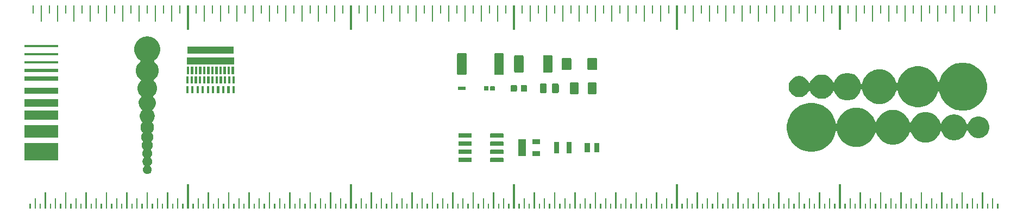
<source format=gbr>
G04 #@! TF.GenerationSoftware,KiCad,Pcbnew,(5.1.4)-1*
G04 #@! TF.CreationDate,2020-08-08T18:08:14-04:00*
G04 #@! TF.ProjectId,ruler,72756c65-722e-46b6-9963-61645f706362,0.1*
G04 #@! TF.SameCoordinates,Original*
G04 #@! TF.FileFunction,Soldermask,Top*
G04 #@! TF.FilePolarity,Negative*
%FSLAX46Y46*%
G04 Gerber Fmt 4.6, Leading zero omitted, Abs format (unit mm)*
G04 Created by KiCad (PCBNEW (5.1.4)-1) date 2020-08-08 18:08:14*
%MOMM*%
%LPD*%
G04 APERTURE LIST*
%ADD10C,0.100000*%
G04 APERTURE END LIST*
D10*
G36*
X215798400Y-107950000D02*
G01*
X216001600Y-107950000D01*
X216001600Y-105410000D01*
X215798400Y-105410000D01*
X215798400Y-107950000D01*
G37*
G36*
X218973400Y-107950000D02*
G01*
X219176600Y-107950000D01*
X219176600Y-105410000D01*
X218973400Y-105410000D01*
X218973400Y-107950000D01*
G37*
G36*
X222148400Y-107950000D02*
G01*
X222351600Y-107950000D01*
X222351600Y-105410000D01*
X222148400Y-105410000D01*
X222148400Y-107950000D01*
G37*
G36*
X225323400Y-107950000D02*
G01*
X225526600Y-107950000D01*
X225526600Y-105410000D01*
X225323400Y-105410000D01*
X225323400Y-107950000D01*
G37*
G36*
X212623400Y-107950000D02*
G01*
X212826600Y-107950000D01*
X212826600Y-105410000D01*
X212623400Y-105410000D01*
X212623400Y-107950000D01*
G37*
G36*
X209448400Y-107950000D02*
G01*
X209651600Y-107950000D01*
X209651600Y-105410000D01*
X209448400Y-105410000D01*
X209448400Y-107950000D01*
G37*
G36*
X206273400Y-107950000D02*
G01*
X206476600Y-107950000D01*
X206476600Y-105410000D01*
X206273400Y-105410000D01*
X206273400Y-107950000D01*
G37*
G36*
X204685900Y-107950000D02*
G01*
X204889100Y-107950000D01*
X204889100Y-106362500D01*
X204685900Y-106362500D01*
X204685900Y-107950000D01*
G37*
G36*
X207860900Y-107950000D02*
G01*
X208064100Y-107950000D01*
X208064100Y-106362500D01*
X207860900Y-106362500D01*
X207860900Y-107950000D01*
G37*
G36*
X211035900Y-107950000D02*
G01*
X211239100Y-107950000D01*
X211239100Y-106362500D01*
X211035900Y-106362500D01*
X211035900Y-107950000D01*
G37*
G36*
X214210900Y-107950000D02*
G01*
X214414100Y-107950000D01*
X214414100Y-106362500D01*
X214210900Y-106362500D01*
X214210900Y-107950000D01*
G37*
G36*
X217385900Y-107950000D02*
G01*
X217589100Y-107950000D01*
X217589100Y-106362500D01*
X217385900Y-106362500D01*
X217385900Y-107950000D01*
G37*
G36*
X220560900Y-107950000D02*
G01*
X220764100Y-107950000D01*
X220764100Y-106362500D01*
X220560900Y-106362500D01*
X220560900Y-107950000D01*
G37*
G36*
X223735900Y-107950000D02*
G01*
X223939100Y-107950000D01*
X223939100Y-106362500D01*
X223735900Y-106362500D01*
X223735900Y-107950000D01*
G37*
G36*
X226910900Y-107950000D02*
G01*
X227114100Y-107950000D01*
X227114100Y-106362500D01*
X226910900Y-106362500D01*
X226910900Y-107950000D01*
G37*
G36*
X203892150Y-107950000D02*
G01*
X204095350Y-107950000D01*
X204095350Y-107156250D01*
X203892150Y-107156250D01*
X203892150Y-107950000D01*
G37*
G36*
X205479650Y-107950000D02*
G01*
X205682850Y-107950000D01*
X205682850Y-107156250D01*
X205479650Y-107156250D01*
X205479650Y-107950000D01*
G37*
G36*
X207067150Y-107950000D02*
G01*
X207270350Y-107950000D01*
X207270350Y-107156250D01*
X207067150Y-107156250D01*
X207067150Y-107950000D01*
G37*
G36*
X208654650Y-107950000D02*
G01*
X208857850Y-107950000D01*
X208857850Y-107156250D01*
X208654650Y-107156250D01*
X208654650Y-107950000D01*
G37*
G36*
X210242150Y-107950000D02*
G01*
X210445350Y-107950000D01*
X210445350Y-107156250D01*
X210242150Y-107156250D01*
X210242150Y-107950000D01*
G37*
G36*
X211829650Y-107950000D02*
G01*
X212032850Y-107950000D01*
X212032850Y-107156250D01*
X211829650Y-107156250D01*
X211829650Y-107950000D01*
G37*
G36*
X213417150Y-107950000D02*
G01*
X213620350Y-107950000D01*
X213620350Y-107156250D01*
X213417150Y-107156250D01*
X213417150Y-107950000D01*
G37*
G36*
X215004650Y-107950000D02*
G01*
X215207850Y-107950000D01*
X215207850Y-107156250D01*
X215004650Y-107156250D01*
X215004650Y-107950000D01*
G37*
G36*
X216592150Y-107950000D02*
G01*
X216795350Y-107950000D01*
X216795350Y-107156250D01*
X216592150Y-107156250D01*
X216592150Y-107950000D01*
G37*
G36*
X218179650Y-107950000D02*
G01*
X218382850Y-107950000D01*
X218382850Y-107156250D01*
X218179650Y-107156250D01*
X218179650Y-107950000D01*
G37*
G36*
X219767150Y-107950000D02*
G01*
X219970350Y-107950000D01*
X219970350Y-107156250D01*
X219767150Y-107156250D01*
X219767150Y-107950000D01*
G37*
G36*
X221354650Y-107950000D02*
G01*
X221557850Y-107950000D01*
X221557850Y-107156250D01*
X221354650Y-107156250D01*
X221354650Y-107950000D01*
G37*
G36*
X222942150Y-107950000D02*
G01*
X223145350Y-107950000D01*
X223145350Y-107156250D01*
X222942150Y-107156250D01*
X222942150Y-107950000D01*
G37*
G36*
X224529650Y-107950000D02*
G01*
X224732850Y-107950000D01*
X224732850Y-107156250D01*
X224529650Y-107156250D01*
X224529650Y-107950000D01*
G37*
G36*
X226117150Y-107950000D02*
G01*
X226320350Y-107950000D01*
X226320350Y-107156250D01*
X226117150Y-107156250D01*
X226117150Y-107950000D01*
G37*
G36*
X227704650Y-107950000D02*
G01*
X227907850Y-107950000D01*
X227907850Y-107156250D01*
X227704650Y-107156250D01*
X227704650Y-107950000D01*
G37*
G36*
X203047600Y-107950000D02*
G01*
X203352400Y-107950000D01*
X203352400Y-104140000D01*
X203047600Y-104140000D01*
X203047600Y-107950000D01*
G37*
G36*
X177647600Y-107950000D02*
G01*
X177952400Y-107950000D01*
X177952400Y-104140000D01*
X177647600Y-104140000D01*
X177647600Y-107950000D01*
G37*
G36*
X190398400Y-107950000D02*
G01*
X190601600Y-107950000D01*
X190601600Y-105410000D01*
X190398400Y-105410000D01*
X190398400Y-107950000D01*
G37*
G36*
X193573400Y-107950000D02*
G01*
X193776600Y-107950000D01*
X193776600Y-105410000D01*
X193573400Y-105410000D01*
X193573400Y-107950000D01*
G37*
G36*
X196748400Y-107950000D02*
G01*
X196951600Y-107950000D01*
X196951600Y-105410000D01*
X196748400Y-105410000D01*
X196748400Y-107950000D01*
G37*
G36*
X199923400Y-107950000D02*
G01*
X200126600Y-107950000D01*
X200126600Y-105410000D01*
X199923400Y-105410000D01*
X199923400Y-107950000D01*
G37*
G36*
X187223400Y-107950000D02*
G01*
X187426600Y-107950000D01*
X187426600Y-105410000D01*
X187223400Y-105410000D01*
X187223400Y-107950000D01*
G37*
G36*
X184048400Y-107950000D02*
G01*
X184251600Y-107950000D01*
X184251600Y-105410000D01*
X184048400Y-105410000D01*
X184048400Y-107950000D01*
G37*
G36*
X180873400Y-107950000D02*
G01*
X181076600Y-107950000D01*
X181076600Y-105410000D01*
X180873400Y-105410000D01*
X180873400Y-107950000D01*
G37*
G36*
X179285900Y-107950000D02*
G01*
X179489100Y-107950000D01*
X179489100Y-106362500D01*
X179285900Y-106362500D01*
X179285900Y-107950000D01*
G37*
G36*
X182460900Y-107950000D02*
G01*
X182664100Y-107950000D01*
X182664100Y-106362500D01*
X182460900Y-106362500D01*
X182460900Y-107950000D01*
G37*
G36*
X185635900Y-107950000D02*
G01*
X185839100Y-107950000D01*
X185839100Y-106362500D01*
X185635900Y-106362500D01*
X185635900Y-107950000D01*
G37*
G36*
X188810900Y-107950000D02*
G01*
X189014100Y-107950000D01*
X189014100Y-106362500D01*
X188810900Y-106362500D01*
X188810900Y-107950000D01*
G37*
G36*
X191985900Y-107950000D02*
G01*
X192189100Y-107950000D01*
X192189100Y-106362500D01*
X191985900Y-106362500D01*
X191985900Y-107950000D01*
G37*
G36*
X195160900Y-107950000D02*
G01*
X195364100Y-107950000D01*
X195364100Y-106362500D01*
X195160900Y-106362500D01*
X195160900Y-107950000D01*
G37*
G36*
X198335900Y-107950000D02*
G01*
X198539100Y-107950000D01*
X198539100Y-106362500D01*
X198335900Y-106362500D01*
X198335900Y-107950000D01*
G37*
G36*
X201510900Y-107950000D02*
G01*
X201714100Y-107950000D01*
X201714100Y-106362500D01*
X201510900Y-106362500D01*
X201510900Y-107950000D01*
G37*
G36*
X178492150Y-107950000D02*
G01*
X178695350Y-107950000D01*
X178695350Y-107156250D01*
X178492150Y-107156250D01*
X178492150Y-107950000D01*
G37*
G36*
X180079650Y-107950000D02*
G01*
X180282850Y-107950000D01*
X180282850Y-107156250D01*
X180079650Y-107156250D01*
X180079650Y-107950000D01*
G37*
G36*
X181667150Y-107950000D02*
G01*
X181870350Y-107950000D01*
X181870350Y-107156250D01*
X181667150Y-107156250D01*
X181667150Y-107950000D01*
G37*
G36*
X183254650Y-107950000D02*
G01*
X183457850Y-107950000D01*
X183457850Y-107156250D01*
X183254650Y-107156250D01*
X183254650Y-107950000D01*
G37*
G36*
X184842150Y-107950000D02*
G01*
X185045350Y-107950000D01*
X185045350Y-107156250D01*
X184842150Y-107156250D01*
X184842150Y-107950000D01*
G37*
G36*
X186429650Y-107950000D02*
G01*
X186632850Y-107950000D01*
X186632850Y-107156250D01*
X186429650Y-107156250D01*
X186429650Y-107950000D01*
G37*
G36*
X188017150Y-107950000D02*
G01*
X188220350Y-107950000D01*
X188220350Y-107156250D01*
X188017150Y-107156250D01*
X188017150Y-107950000D01*
G37*
G36*
X189604650Y-107950000D02*
G01*
X189807850Y-107950000D01*
X189807850Y-107156250D01*
X189604650Y-107156250D01*
X189604650Y-107950000D01*
G37*
G36*
X191192150Y-107950000D02*
G01*
X191395350Y-107950000D01*
X191395350Y-107156250D01*
X191192150Y-107156250D01*
X191192150Y-107950000D01*
G37*
G36*
X192779650Y-107950000D02*
G01*
X192982850Y-107950000D01*
X192982850Y-107156250D01*
X192779650Y-107156250D01*
X192779650Y-107950000D01*
G37*
G36*
X194367150Y-107950000D02*
G01*
X194570350Y-107950000D01*
X194570350Y-107156250D01*
X194367150Y-107156250D01*
X194367150Y-107950000D01*
G37*
G36*
X195954650Y-107950000D02*
G01*
X196157850Y-107950000D01*
X196157850Y-107156250D01*
X195954650Y-107156250D01*
X195954650Y-107950000D01*
G37*
G36*
X197542150Y-107950000D02*
G01*
X197745350Y-107950000D01*
X197745350Y-107156250D01*
X197542150Y-107156250D01*
X197542150Y-107950000D01*
G37*
G36*
X199129650Y-107950000D02*
G01*
X199332850Y-107950000D01*
X199332850Y-107156250D01*
X199129650Y-107156250D01*
X199129650Y-107950000D01*
G37*
G36*
X200717150Y-107950000D02*
G01*
X200920350Y-107950000D01*
X200920350Y-107156250D01*
X200717150Y-107156250D01*
X200717150Y-107950000D01*
G37*
G36*
X202304650Y-107950000D02*
G01*
X202507850Y-107950000D01*
X202507850Y-107156250D01*
X202304650Y-107156250D01*
X202304650Y-107950000D01*
G37*
G36*
X177647600Y-107950000D02*
G01*
X177952400Y-107950000D01*
X177952400Y-104140000D01*
X177647600Y-104140000D01*
X177647600Y-107950000D01*
G37*
G36*
X152247600Y-107950000D02*
G01*
X152552400Y-107950000D01*
X152552400Y-104140000D01*
X152247600Y-104140000D01*
X152247600Y-107950000D01*
G37*
G36*
X164998400Y-107950000D02*
G01*
X165201600Y-107950000D01*
X165201600Y-105410000D01*
X164998400Y-105410000D01*
X164998400Y-107950000D01*
G37*
G36*
X168173400Y-107950000D02*
G01*
X168376600Y-107950000D01*
X168376600Y-105410000D01*
X168173400Y-105410000D01*
X168173400Y-107950000D01*
G37*
G36*
X171348400Y-107950000D02*
G01*
X171551600Y-107950000D01*
X171551600Y-105410000D01*
X171348400Y-105410000D01*
X171348400Y-107950000D01*
G37*
G36*
X174523400Y-107950000D02*
G01*
X174726600Y-107950000D01*
X174726600Y-105410000D01*
X174523400Y-105410000D01*
X174523400Y-107950000D01*
G37*
G36*
X161823400Y-107950000D02*
G01*
X162026600Y-107950000D01*
X162026600Y-105410000D01*
X161823400Y-105410000D01*
X161823400Y-107950000D01*
G37*
G36*
X158648400Y-107950000D02*
G01*
X158851600Y-107950000D01*
X158851600Y-105410000D01*
X158648400Y-105410000D01*
X158648400Y-107950000D01*
G37*
G36*
X155473400Y-107950000D02*
G01*
X155676600Y-107950000D01*
X155676600Y-105410000D01*
X155473400Y-105410000D01*
X155473400Y-107950000D01*
G37*
G36*
X153885900Y-107950000D02*
G01*
X154089100Y-107950000D01*
X154089100Y-106362500D01*
X153885900Y-106362500D01*
X153885900Y-107950000D01*
G37*
G36*
X157060900Y-107950000D02*
G01*
X157264100Y-107950000D01*
X157264100Y-106362500D01*
X157060900Y-106362500D01*
X157060900Y-107950000D01*
G37*
G36*
X160235900Y-107950000D02*
G01*
X160439100Y-107950000D01*
X160439100Y-106362500D01*
X160235900Y-106362500D01*
X160235900Y-107950000D01*
G37*
G36*
X163410900Y-107950000D02*
G01*
X163614100Y-107950000D01*
X163614100Y-106362500D01*
X163410900Y-106362500D01*
X163410900Y-107950000D01*
G37*
G36*
X166585900Y-107950000D02*
G01*
X166789100Y-107950000D01*
X166789100Y-106362500D01*
X166585900Y-106362500D01*
X166585900Y-107950000D01*
G37*
G36*
X169760900Y-107950000D02*
G01*
X169964100Y-107950000D01*
X169964100Y-106362500D01*
X169760900Y-106362500D01*
X169760900Y-107950000D01*
G37*
G36*
X172935900Y-107950000D02*
G01*
X173139100Y-107950000D01*
X173139100Y-106362500D01*
X172935900Y-106362500D01*
X172935900Y-107950000D01*
G37*
G36*
X176110900Y-107950000D02*
G01*
X176314100Y-107950000D01*
X176314100Y-106362500D01*
X176110900Y-106362500D01*
X176110900Y-107950000D01*
G37*
G36*
X153092150Y-107950000D02*
G01*
X153295350Y-107950000D01*
X153295350Y-107156250D01*
X153092150Y-107156250D01*
X153092150Y-107950000D01*
G37*
G36*
X154679650Y-107950000D02*
G01*
X154882850Y-107950000D01*
X154882850Y-107156250D01*
X154679650Y-107156250D01*
X154679650Y-107950000D01*
G37*
G36*
X156267150Y-107950000D02*
G01*
X156470350Y-107950000D01*
X156470350Y-107156250D01*
X156267150Y-107156250D01*
X156267150Y-107950000D01*
G37*
G36*
X157854650Y-107950000D02*
G01*
X158057850Y-107950000D01*
X158057850Y-107156250D01*
X157854650Y-107156250D01*
X157854650Y-107950000D01*
G37*
G36*
X159442150Y-107950000D02*
G01*
X159645350Y-107950000D01*
X159645350Y-107156250D01*
X159442150Y-107156250D01*
X159442150Y-107950000D01*
G37*
G36*
X161029650Y-107950000D02*
G01*
X161232850Y-107950000D01*
X161232850Y-107156250D01*
X161029650Y-107156250D01*
X161029650Y-107950000D01*
G37*
G36*
X162617150Y-107950000D02*
G01*
X162820350Y-107950000D01*
X162820350Y-107156250D01*
X162617150Y-107156250D01*
X162617150Y-107950000D01*
G37*
G36*
X164204650Y-107950000D02*
G01*
X164407850Y-107950000D01*
X164407850Y-107156250D01*
X164204650Y-107156250D01*
X164204650Y-107950000D01*
G37*
G36*
X165792150Y-107950000D02*
G01*
X165995350Y-107950000D01*
X165995350Y-107156250D01*
X165792150Y-107156250D01*
X165792150Y-107950000D01*
G37*
G36*
X167379650Y-107950000D02*
G01*
X167582850Y-107950000D01*
X167582850Y-107156250D01*
X167379650Y-107156250D01*
X167379650Y-107950000D01*
G37*
G36*
X168967150Y-107950000D02*
G01*
X169170350Y-107950000D01*
X169170350Y-107156250D01*
X168967150Y-107156250D01*
X168967150Y-107950000D01*
G37*
G36*
X170554650Y-107950000D02*
G01*
X170757850Y-107950000D01*
X170757850Y-107156250D01*
X170554650Y-107156250D01*
X170554650Y-107950000D01*
G37*
G36*
X172142150Y-107950000D02*
G01*
X172345350Y-107950000D01*
X172345350Y-107156250D01*
X172142150Y-107156250D01*
X172142150Y-107950000D01*
G37*
G36*
X173729650Y-107950000D02*
G01*
X173932850Y-107950000D01*
X173932850Y-107156250D01*
X173729650Y-107156250D01*
X173729650Y-107950000D01*
G37*
G36*
X175317150Y-107950000D02*
G01*
X175520350Y-107950000D01*
X175520350Y-107156250D01*
X175317150Y-107156250D01*
X175317150Y-107950000D01*
G37*
G36*
X176904650Y-107950000D02*
G01*
X177107850Y-107950000D01*
X177107850Y-107156250D01*
X176904650Y-107156250D01*
X176904650Y-107950000D01*
G37*
G36*
X152247600Y-107950000D02*
G01*
X152552400Y-107950000D01*
X152552400Y-104140000D01*
X152247600Y-104140000D01*
X152247600Y-107950000D01*
G37*
G36*
X126847600Y-107950000D02*
G01*
X127152400Y-107950000D01*
X127152400Y-104140000D01*
X126847600Y-104140000D01*
X126847600Y-107950000D01*
G37*
G36*
X139598400Y-107950000D02*
G01*
X139801600Y-107950000D01*
X139801600Y-105410000D01*
X139598400Y-105410000D01*
X139598400Y-107950000D01*
G37*
G36*
X142773400Y-107950000D02*
G01*
X142976600Y-107950000D01*
X142976600Y-105410000D01*
X142773400Y-105410000D01*
X142773400Y-107950000D01*
G37*
G36*
X145948400Y-107950000D02*
G01*
X146151600Y-107950000D01*
X146151600Y-105410000D01*
X145948400Y-105410000D01*
X145948400Y-107950000D01*
G37*
G36*
X149123400Y-107950000D02*
G01*
X149326600Y-107950000D01*
X149326600Y-105410000D01*
X149123400Y-105410000D01*
X149123400Y-107950000D01*
G37*
G36*
X136423400Y-107950000D02*
G01*
X136626600Y-107950000D01*
X136626600Y-105410000D01*
X136423400Y-105410000D01*
X136423400Y-107950000D01*
G37*
G36*
X133248400Y-107950000D02*
G01*
X133451600Y-107950000D01*
X133451600Y-105410000D01*
X133248400Y-105410000D01*
X133248400Y-107950000D01*
G37*
G36*
X130073400Y-107950000D02*
G01*
X130276600Y-107950000D01*
X130276600Y-105410000D01*
X130073400Y-105410000D01*
X130073400Y-107950000D01*
G37*
G36*
X128485900Y-107950000D02*
G01*
X128689100Y-107950000D01*
X128689100Y-106362500D01*
X128485900Y-106362500D01*
X128485900Y-107950000D01*
G37*
G36*
X131660900Y-107950000D02*
G01*
X131864100Y-107950000D01*
X131864100Y-106362500D01*
X131660900Y-106362500D01*
X131660900Y-107950000D01*
G37*
G36*
X134835900Y-107950000D02*
G01*
X135039100Y-107950000D01*
X135039100Y-106362500D01*
X134835900Y-106362500D01*
X134835900Y-107950000D01*
G37*
G36*
X138010900Y-107950000D02*
G01*
X138214100Y-107950000D01*
X138214100Y-106362500D01*
X138010900Y-106362500D01*
X138010900Y-107950000D01*
G37*
G36*
X141185900Y-107950000D02*
G01*
X141389100Y-107950000D01*
X141389100Y-106362500D01*
X141185900Y-106362500D01*
X141185900Y-107950000D01*
G37*
G36*
X144360900Y-107950000D02*
G01*
X144564100Y-107950000D01*
X144564100Y-106362500D01*
X144360900Y-106362500D01*
X144360900Y-107950000D01*
G37*
G36*
X147535900Y-107950000D02*
G01*
X147739100Y-107950000D01*
X147739100Y-106362500D01*
X147535900Y-106362500D01*
X147535900Y-107950000D01*
G37*
G36*
X150710900Y-107950000D02*
G01*
X150914100Y-107950000D01*
X150914100Y-106362500D01*
X150710900Y-106362500D01*
X150710900Y-107950000D01*
G37*
G36*
X127692150Y-107950000D02*
G01*
X127895350Y-107950000D01*
X127895350Y-107156250D01*
X127692150Y-107156250D01*
X127692150Y-107950000D01*
G37*
G36*
X129279650Y-107950000D02*
G01*
X129482850Y-107950000D01*
X129482850Y-107156250D01*
X129279650Y-107156250D01*
X129279650Y-107950000D01*
G37*
G36*
X130867150Y-107950000D02*
G01*
X131070350Y-107950000D01*
X131070350Y-107156250D01*
X130867150Y-107156250D01*
X130867150Y-107950000D01*
G37*
G36*
X132454650Y-107950000D02*
G01*
X132657850Y-107950000D01*
X132657850Y-107156250D01*
X132454650Y-107156250D01*
X132454650Y-107950000D01*
G37*
G36*
X134042150Y-107950000D02*
G01*
X134245350Y-107950000D01*
X134245350Y-107156250D01*
X134042150Y-107156250D01*
X134042150Y-107950000D01*
G37*
G36*
X135629650Y-107950000D02*
G01*
X135832850Y-107950000D01*
X135832850Y-107156250D01*
X135629650Y-107156250D01*
X135629650Y-107950000D01*
G37*
G36*
X137217150Y-107950000D02*
G01*
X137420350Y-107950000D01*
X137420350Y-107156250D01*
X137217150Y-107156250D01*
X137217150Y-107950000D01*
G37*
G36*
X138804650Y-107950000D02*
G01*
X139007850Y-107950000D01*
X139007850Y-107156250D01*
X138804650Y-107156250D01*
X138804650Y-107950000D01*
G37*
G36*
X140392150Y-107950000D02*
G01*
X140595350Y-107950000D01*
X140595350Y-107156250D01*
X140392150Y-107156250D01*
X140392150Y-107950000D01*
G37*
G36*
X141979650Y-107950000D02*
G01*
X142182850Y-107950000D01*
X142182850Y-107156250D01*
X141979650Y-107156250D01*
X141979650Y-107950000D01*
G37*
G36*
X143567150Y-107950000D02*
G01*
X143770350Y-107950000D01*
X143770350Y-107156250D01*
X143567150Y-107156250D01*
X143567150Y-107950000D01*
G37*
G36*
X145154650Y-107950000D02*
G01*
X145357850Y-107950000D01*
X145357850Y-107156250D01*
X145154650Y-107156250D01*
X145154650Y-107950000D01*
G37*
G36*
X146742150Y-107950000D02*
G01*
X146945350Y-107950000D01*
X146945350Y-107156250D01*
X146742150Y-107156250D01*
X146742150Y-107950000D01*
G37*
G36*
X148329650Y-107950000D02*
G01*
X148532850Y-107950000D01*
X148532850Y-107156250D01*
X148329650Y-107156250D01*
X148329650Y-107950000D01*
G37*
G36*
X149917150Y-107950000D02*
G01*
X150120350Y-107950000D01*
X150120350Y-107156250D01*
X149917150Y-107156250D01*
X149917150Y-107950000D01*
G37*
G36*
X151504650Y-107950000D02*
G01*
X151707850Y-107950000D01*
X151707850Y-107156250D01*
X151504650Y-107156250D01*
X151504650Y-107950000D01*
G37*
G36*
X100704650Y-107950000D02*
G01*
X100907850Y-107950000D01*
X100907850Y-107156250D01*
X100704650Y-107156250D01*
X100704650Y-107950000D01*
G37*
G36*
X99117150Y-107950000D02*
G01*
X99320350Y-107950000D01*
X99320350Y-107156250D01*
X99117150Y-107156250D01*
X99117150Y-107950000D01*
G37*
G36*
X97529650Y-107950000D02*
G01*
X97732850Y-107950000D01*
X97732850Y-107156250D01*
X97529650Y-107156250D01*
X97529650Y-107950000D01*
G37*
G36*
X95942150Y-107950000D02*
G01*
X96145350Y-107950000D01*
X96145350Y-107156250D01*
X95942150Y-107156250D01*
X95942150Y-107950000D01*
G37*
G36*
X94354650Y-107950000D02*
G01*
X94557850Y-107950000D01*
X94557850Y-107156250D01*
X94354650Y-107156250D01*
X94354650Y-107950000D01*
G37*
G36*
X92767150Y-107950000D02*
G01*
X92970350Y-107950000D01*
X92970350Y-107156250D01*
X92767150Y-107156250D01*
X92767150Y-107950000D01*
G37*
G36*
X91179650Y-107950000D02*
G01*
X91382850Y-107950000D01*
X91382850Y-107156250D01*
X91179650Y-107156250D01*
X91179650Y-107950000D01*
G37*
G36*
X89592150Y-107950000D02*
G01*
X89795350Y-107950000D01*
X89795350Y-107156250D01*
X89592150Y-107156250D01*
X89592150Y-107950000D01*
G37*
G36*
X88004650Y-107950000D02*
G01*
X88207850Y-107950000D01*
X88207850Y-107156250D01*
X88004650Y-107156250D01*
X88004650Y-107950000D01*
G37*
G36*
X86417150Y-107950000D02*
G01*
X86620350Y-107950000D01*
X86620350Y-107156250D01*
X86417150Y-107156250D01*
X86417150Y-107950000D01*
G37*
G36*
X84829650Y-107950000D02*
G01*
X85032850Y-107950000D01*
X85032850Y-107156250D01*
X84829650Y-107156250D01*
X84829650Y-107950000D01*
G37*
G36*
X83242150Y-107950000D02*
G01*
X83445350Y-107950000D01*
X83445350Y-107156250D01*
X83242150Y-107156250D01*
X83242150Y-107950000D01*
G37*
G36*
X81654650Y-107950000D02*
G01*
X81857850Y-107950000D01*
X81857850Y-107156250D01*
X81654650Y-107156250D01*
X81654650Y-107950000D01*
G37*
G36*
X80067150Y-107950000D02*
G01*
X80270350Y-107950000D01*
X80270350Y-107156250D01*
X80067150Y-107156250D01*
X80067150Y-107950000D01*
G37*
G36*
X78479650Y-107950000D02*
G01*
X78682850Y-107950000D01*
X78682850Y-107156250D01*
X78479650Y-107156250D01*
X78479650Y-107950000D01*
G37*
G36*
X76892150Y-107950000D02*
G01*
X77095350Y-107950000D01*
X77095350Y-107156250D01*
X76892150Y-107156250D01*
X76892150Y-107950000D01*
G37*
G36*
X99910900Y-107950000D02*
G01*
X100114100Y-107950000D01*
X100114100Y-106362500D01*
X99910900Y-106362500D01*
X99910900Y-107950000D01*
G37*
G36*
X96735900Y-107950000D02*
G01*
X96939100Y-107950000D01*
X96939100Y-106362500D01*
X96735900Y-106362500D01*
X96735900Y-107950000D01*
G37*
G36*
X93560900Y-107950000D02*
G01*
X93764100Y-107950000D01*
X93764100Y-106362500D01*
X93560900Y-106362500D01*
X93560900Y-107950000D01*
G37*
G36*
X90385900Y-107950000D02*
G01*
X90589100Y-107950000D01*
X90589100Y-106362500D01*
X90385900Y-106362500D01*
X90385900Y-107950000D01*
G37*
G36*
X87210900Y-107950000D02*
G01*
X87414100Y-107950000D01*
X87414100Y-106362500D01*
X87210900Y-106362500D01*
X87210900Y-107950000D01*
G37*
G36*
X84035900Y-107950000D02*
G01*
X84239100Y-107950000D01*
X84239100Y-106362500D01*
X84035900Y-106362500D01*
X84035900Y-107950000D01*
G37*
G36*
X80860900Y-107950000D02*
G01*
X81064100Y-107950000D01*
X81064100Y-106362500D01*
X80860900Y-106362500D01*
X80860900Y-107950000D01*
G37*
G36*
X77685900Y-107950000D02*
G01*
X77889100Y-107950000D01*
X77889100Y-106362500D01*
X77685900Y-106362500D01*
X77685900Y-107950000D01*
G37*
G36*
X79273400Y-107950000D02*
G01*
X79476600Y-107950000D01*
X79476600Y-105410000D01*
X79273400Y-105410000D01*
X79273400Y-107950000D01*
G37*
G36*
X82448400Y-107950000D02*
G01*
X82651600Y-107950000D01*
X82651600Y-105410000D01*
X82448400Y-105410000D01*
X82448400Y-107950000D01*
G37*
G36*
X85623400Y-107950000D02*
G01*
X85826600Y-107950000D01*
X85826600Y-105410000D01*
X85623400Y-105410000D01*
X85623400Y-107950000D01*
G37*
G36*
X98323400Y-107950000D02*
G01*
X98526600Y-107950000D01*
X98526600Y-105410000D01*
X98323400Y-105410000D01*
X98323400Y-107950000D01*
G37*
G36*
X95148400Y-107950000D02*
G01*
X95351600Y-107950000D01*
X95351600Y-105410000D01*
X95148400Y-105410000D01*
X95148400Y-107950000D01*
G37*
G36*
X91973400Y-107950000D02*
G01*
X92176600Y-107950000D01*
X92176600Y-105410000D01*
X91973400Y-105410000D01*
X91973400Y-107950000D01*
G37*
G36*
X88798400Y-107950000D02*
G01*
X89001600Y-107950000D01*
X89001600Y-105410000D01*
X88798400Y-105410000D01*
X88798400Y-107950000D01*
G37*
G36*
X126104650Y-107950000D02*
G01*
X126307850Y-107950000D01*
X126307850Y-107156250D01*
X126104650Y-107156250D01*
X126104650Y-107950000D01*
G37*
G36*
X124517150Y-107950000D02*
G01*
X124720350Y-107950000D01*
X124720350Y-107156250D01*
X124517150Y-107156250D01*
X124517150Y-107950000D01*
G37*
G36*
X122929650Y-107950000D02*
G01*
X123132850Y-107950000D01*
X123132850Y-107156250D01*
X122929650Y-107156250D01*
X122929650Y-107950000D01*
G37*
G36*
X121342150Y-107950000D02*
G01*
X121545350Y-107950000D01*
X121545350Y-107156250D01*
X121342150Y-107156250D01*
X121342150Y-107950000D01*
G37*
G36*
X119754650Y-107950000D02*
G01*
X119957850Y-107950000D01*
X119957850Y-107156250D01*
X119754650Y-107156250D01*
X119754650Y-107950000D01*
G37*
G36*
X118167150Y-107950000D02*
G01*
X118370350Y-107950000D01*
X118370350Y-107156250D01*
X118167150Y-107156250D01*
X118167150Y-107950000D01*
G37*
G36*
X116579650Y-107950000D02*
G01*
X116782850Y-107950000D01*
X116782850Y-107156250D01*
X116579650Y-107156250D01*
X116579650Y-107950000D01*
G37*
G36*
X114992150Y-107950000D02*
G01*
X115195350Y-107950000D01*
X115195350Y-107156250D01*
X114992150Y-107156250D01*
X114992150Y-107950000D01*
G37*
G36*
X113404650Y-107950000D02*
G01*
X113607850Y-107950000D01*
X113607850Y-107156250D01*
X113404650Y-107156250D01*
X113404650Y-107950000D01*
G37*
G36*
X111817150Y-107950000D02*
G01*
X112020350Y-107950000D01*
X112020350Y-107156250D01*
X111817150Y-107156250D01*
X111817150Y-107950000D01*
G37*
G36*
X110229650Y-107950000D02*
G01*
X110432850Y-107950000D01*
X110432850Y-107156250D01*
X110229650Y-107156250D01*
X110229650Y-107950000D01*
G37*
G36*
X108642150Y-107950000D02*
G01*
X108845350Y-107950000D01*
X108845350Y-107156250D01*
X108642150Y-107156250D01*
X108642150Y-107950000D01*
G37*
G36*
X107054650Y-107950000D02*
G01*
X107257850Y-107950000D01*
X107257850Y-107156250D01*
X107054650Y-107156250D01*
X107054650Y-107950000D01*
G37*
G36*
X105467150Y-107950000D02*
G01*
X105670350Y-107950000D01*
X105670350Y-107156250D01*
X105467150Y-107156250D01*
X105467150Y-107950000D01*
G37*
G36*
X103879650Y-107950000D02*
G01*
X104082850Y-107950000D01*
X104082850Y-107156250D01*
X103879650Y-107156250D01*
X103879650Y-107950000D01*
G37*
G36*
X102292150Y-107950000D02*
G01*
X102495350Y-107950000D01*
X102495350Y-107156250D01*
X102292150Y-107156250D01*
X102292150Y-107950000D01*
G37*
G36*
X125310900Y-107950000D02*
G01*
X125514100Y-107950000D01*
X125514100Y-106362500D01*
X125310900Y-106362500D01*
X125310900Y-107950000D01*
G37*
G36*
X122135900Y-107950000D02*
G01*
X122339100Y-107950000D01*
X122339100Y-106362500D01*
X122135900Y-106362500D01*
X122135900Y-107950000D01*
G37*
G36*
X118960900Y-107950000D02*
G01*
X119164100Y-107950000D01*
X119164100Y-106362500D01*
X118960900Y-106362500D01*
X118960900Y-107950000D01*
G37*
G36*
X115785900Y-107950000D02*
G01*
X115989100Y-107950000D01*
X115989100Y-106362500D01*
X115785900Y-106362500D01*
X115785900Y-107950000D01*
G37*
G36*
X112610900Y-107950000D02*
G01*
X112814100Y-107950000D01*
X112814100Y-106362500D01*
X112610900Y-106362500D01*
X112610900Y-107950000D01*
G37*
G36*
X109435900Y-107950000D02*
G01*
X109639100Y-107950000D01*
X109639100Y-106362500D01*
X109435900Y-106362500D01*
X109435900Y-107950000D01*
G37*
G36*
X106260900Y-107950000D02*
G01*
X106464100Y-107950000D01*
X106464100Y-106362500D01*
X106260900Y-106362500D01*
X106260900Y-107950000D01*
G37*
G36*
X103085900Y-107950000D02*
G01*
X103289100Y-107950000D01*
X103289100Y-106362500D01*
X103085900Y-106362500D01*
X103085900Y-107950000D01*
G37*
G36*
X104673400Y-107950000D02*
G01*
X104876600Y-107950000D01*
X104876600Y-105410000D01*
X104673400Y-105410000D01*
X104673400Y-107950000D01*
G37*
G36*
X107848400Y-107950000D02*
G01*
X108051600Y-107950000D01*
X108051600Y-105410000D01*
X107848400Y-105410000D01*
X107848400Y-107950000D01*
G37*
G36*
X111023400Y-107950000D02*
G01*
X111226600Y-107950000D01*
X111226600Y-105410000D01*
X111023400Y-105410000D01*
X111023400Y-107950000D01*
G37*
G36*
X123723400Y-107950000D02*
G01*
X123926600Y-107950000D01*
X123926600Y-105410000D01*
X123723400Y-105410000D01*
X123723400Y-107950000D01*
G37*
G36*
X120548400Y-107950000D02*
G01*
X120751600Y-107950000D01*
X120751600Y-105410000D01*
X120548400Y-105410000D01*
X120548400Y-107950000D01*
G37*
G36*
X117373400Y-107950000D02*
G01*
X117576600Y-107950000D01*
X117576600Y-105410000D01*
X117373400Y-105410000D01*
X117373400Y-107950000D01*
G37*
G36*
X114198400Y-107950000D02*
G01*
X114401600Y-107950000D01*
X114401600Y-105410000D01*
X114198400Y-105410000D01*
X114198400Y-107950000D01*
G37*
G36*
X101447600Y-107950000D02*
G01*
X101752400Y-107950000D01*
X101752400Y-104140000D01*
X101447600Y-104140000D01*
X101447600Y-107950000D01*
G37*
G36*
X126847600Y-107950000D02*
G01*
X127152400Y-107950000D01*
X127152400Y-104140000D01*
X126847600Y-104140000D01*
X126847600Y-107950000D01*
G37*
G36*
X226161600Y-76200000D02*
G01*
X225958400Y-76200000D01*
X225958400Y-78740000D01*
X226161600Y-78740000D01*
X226161600Y-76200000D01*
G37*
G36*
X223621600Y-76200000D02*
G01*
X223418400Y-76200000D01*
X223418400Y-78740000D01*
X223621600Y-78740000D01*
X223621600Y-76200000D01*
G37*
G36*
X221081600Y-76200000D02*
G01*
X220878400Y-76200000D01*
X220878400Y-78740000D01*
X221081600Y-78740000D01*
X221081600Y-76200000D01*
G37*
G36*
X218541600Y-76200000D02*
G01*
X218338400Y-76200000D01*
X218338400Y-78740000D01*
X218541600Y-78740000D01*
X218541600Y-76200000D01*
G37*
G36*
X216001600Y-76200000D02*
G01*
X215798400Y-76200000D01*
X215798400Y-78740000D01*
X216001600Y-78740000D01*
X216001600Y-76200000D01*
G37*
G36*
X213461600Y-76200000D02*
G01*
X213258400Y-76200000D01*
X213258400Y-78740000D01*
X213461600Y-78740000D01*
X213461600Y-76200000D01*
G37*
G36*
X210921600Y-76200000D02*
G01*
X210718400Y-76200000D01*
X210718400Y-78740000D01*
X210921600Y-78740000D01*
X210921600Y-76200000D01*
G37*
G36*
X208381600Y-76200000D02*
G01*
X208178400Y-76200000D01*
X208178400Y-78740000D01*
X208381600Y-78740000D01*
X208381600Y-76200000D01*
G37*
G36*
X205841600Y-76200000D02*
G01*
X205638400Y-76200000D01*
X205638400Y-78740000D01*
X205841600Y-78740000D01*
X205841600Y-76200000D01*
G37*
G36*
X227431600Y-76200000D02*
G01*
X227228400Y-76200000D01*
X227228400Y-77470000D01*
X227431600Y-77470000D01*
X227431600Y-76200000D01*
G37*
G36*
X224891600Y-76200000D02*
G01*
X224688400Y-76200000D01*
X224688400Y-77470000D01*
X224891600Y-77470000D01*
X224891600Y-76200000D01*
G37*
G36*
X222351600Y-76200000D02*
G01*
X222148400Y-76200000D01*
X222148400Y-77470000D01*
X222351600Y-77470000D01*
X222351600Y-76200000D01*
G37*
G36*
X219811600Y-76200000D02*
G01*
X219608400Y-76200000D01*
X219608400Y-77470000D01*
X219811600Y-77470000D01*
X219811600Y-76200000D01*
G37*
G36*
X217271600Y-76200000D02*
G01*
X217068400Y-76200000D01*
X217068400Y-77470000D01*
X217271600Y-77470000D01*
X217271600Y-76200000D01*
G37*
G36*
X214731600Y-76200000D02*
G01*
X214528400Y-76200000D01*
X214528400Y-77470000D01*
X214731600Y-77470000D01*
X214731600Y-76200000D01*
G37*
G36*
X212191600Y-76200000D02*
G01*
X211988400Y-76200000D01*
X211988400Y-77470000D01*
X212191600Y-77470000D01*
X212191600Y-76200000D01*
G37*
G36*
X209651600Y-76200000D02*
G01*
X209448400Y-76200000D01*
X209448400Y-77470000D01*
X209651600Y-77470000D01*
X209651600Y-76200000D01*
G37*
G36*
X207111600Y-76200000D02*
G01*
X206908400Y-76200000D01*
X206908400Y-77470000D01*
X207111600Y-77470000D01*
X207111600Y-76200000D01*
G37*
G36*
X204571600Y-76200000D02*
G01*
X204368400Y-76200000D01*
X204368400Y-77470000D01*
X204571600Y-77470000D01*
X204571600Y-76200000D01*
G37*
G36*
X177952400Y-76200000D02*
G01*
X177647600Y-76200000D01*
X177647600Y-80010000D01*
X177952400Y-80010000D01*
X177952400Y-76200000D01*
G37*
G36*
X203352400Y-76200000D02*
G01*
X203047600Y-76200000D01*
X203047600Y-80010000D01*
X203352400Y-80010000D01*
X203352400Y-76200000D01*
G37*
G36*
X200761600Y-76200000D02*
G01*
X200558400Y-76200000D01*
X200558400Y-78740000D01*
X200761600Y-78740000D01*
X200761600Y-76200000D01*
G37*
G36*
X198221600Y-76200000D02*
G01*
X198018400Y-76200000D01*
X198018400Y-78740000D01*
X198221600Y-78740000D01*
X198221600Y-76200000D01*
G37*
G36*
X195681600Y-76200000D02*
G01*
X195478400Y-76200000D01*
X195478400Y-78740000D01*
X195681600Y-78740000D01*
X195681600Y-76200000D01*
G37*
G36*
X193141600Y-76200000D02*
G01*
X192938400Y-76200000D01*
X192938400Y-78740000D01*
X193141600Y-78740000D01*
X193141600Y-76200000D01*
G37*
G36*
X190601600Y-76200000D02*
G01*
X190398400Y-76200000D01*
X190398400Y-78740000D01*
X190601600Y-78740000D01*
X190601600Y-76200000D01*
G37*
G36*
X188061600Y-76200000D02*
G01*
X187858400Y-76200000D01*
X187858400Y-78740000D01*
X188061600Y-78740000D01*
X188061600Y-76200000D01*
G37*
G36*
X185521600Y-76200000D02*
G01*
X185318400Y-76200000D01*
X185318400Y-78740000D01*
X185521600Y-78740000D01*
X185521600Y-76200000D01*
G37*
G36*
X182981600Y-76200000D02*
G01*
X182778400Y-76200000D01*
X182778400Y-78740000D01*
X182981600Y-78740000D01*
X182981600Y-76200000D01*
G37*
G36*
X180441600Y-76200000D02*
G01*
X180238400Y-76200000D01*
X180238400Y-78740000D01*
X180441600Y-78740000D01*
X180441600Y-76200000D01*
G37*
G36*
X202031600Y-76200000D02*
G01*
X201828400Y-76200000D01*
X201828400Y-77470000D01*
X202031600Y-77470000D01*
X202031600Y-76200000D01*
G37*
G36*
X199491600Y-76200000D02*
G01*
X199288400Y-76200000D01*
X199288400Y-77470000D01*
X199491600Y-77470000D01*
X199491600Y-76200000D01*
G37*
G36*
X196951600Y-76200000D02*
G01*
X196748400Y-76200000D01*
X196748400Y-77470000D01*
X196951600Y-77470000D01*
X196951600Y-76200000D01*
G37*
G36*
X194411600Y-76200000D02*
G01*
X194208400Y-76200000D01*
X194208400Y-77470000D01*
X194411600Y-77470000D01*
X194411600Y-76200000D01*
G37*
G36*
X191871600Y-76200000D02*
G01*
X191668400Y-76200000D01*
X191668400Y-77470000D01*
X191871600Y-77470000D01*
X191871600Y-76200000D01*
G37*
G36*
X189331600Y-76200000D02*
G01*
X189128400Y-76200000D01*
X189128400Y-77470000D01*
X189331600Y-77470000D01*
X189331600Y-76200000D01*
G37*
G36*
X186791600Y-76200000D02*
G01*
X186588400Y-76200000D01*
X186588400Y-77470000D01*
X186791600Y-77470000D01*
X186791600Y-76200000D01*
G37*
G36*
X184251600Y-76200000D02*
G01*
X184048400Y-76200000D01*
X184048400Y-77470000D01*
X184251600Y-77470000D01*
X184251600Y-76200000D01*
G37*
G36*
X181711600Y-76200000D02*
G01*
X181508400Y-76200000D01*
X181508400Y-77470000D01*
X181711600Y-77470000D01*
X181711600Y-76200000D01*
G37*
G36*
X179171600Y-76200000D02*
G01*
X178968400Y-76200000D01*
X178968400Y-77470000D01*
X179171600Y-77470000D01*
X179171600Y-76200000D01*
G37*
G36*
X152552400Y-76200000D02*
G01*
X152247600Y-76200000D01*
X152247600Y-80010000D01*
X152552400Y-80010000D01*
X152552400Y-76200000D01*
G37*
G36*
X177952400Y-76200000D02*
G01*
X177647600Y-76200000D01*
X177647600Y-80010000D01*
X177952400Y-80010000D01*
X177952400Y-76200000D01*
G37*
G36*
X175361600Y-76200000D02*
G01*
X175158400Y-76200000D01*
X175158400Y-78740000D01*
X175361600Y-78740000D01*
X175361600Y-76200000D01*
G37*
G36*
X172821600Y-76200000D02*
G01*
X172618400Y-76200000D01*
X172618400Y-78740000D01*
X172821600Y-78740000D01*
X172821600Y-76200000D01*
G37*
G36*
X170281600Y-76200000D02*
G01*
X170078400Y-76200000D01*
X170078400Y-78740000D01*
X170281600Y-78740000D01*
X170281600Y-76200000D01*
G37*
G36*
X167741600Y-76200000D02*
G01*
X167538400Y-76200000D01*
X167538400Y-78740000D01*
X167741600Y-78740000D01*
X167741600Y-76200000D01*
G37*
G36*
X165201600Y-76200000D02*
G01*
X164998400Y-76200000D01*
X164998400Y-78740000D01*
X165201600Y-78740000D01*
X165201600Y-76200000D01*
G37*
G36*
X162661600Y-76200000D02*
G01*
X162458400Y-76200000D01*
X162458400Y-78740000D01*
X162661600Y-78740000D01*
X162661600Y-76200000D01*
G37*
G36*
X160121600Y-76200000D02*
G01*
X159918400Y-76200000D01*
X159918400Y-78740000D01*
X160121600Y-78740000D01*
X160121600Y-76200000D01*
G37*
G36*
X157581600Y-76200000D02*
G01*
X157378400Y-76200000D01*
X157378400Y-78740000D01*
X157581600Y-78740000D01*
X157581600Y-76200000D01*
G37*
G36*
X155041600Y-76200000D02*
G01*
X154838400Y-76200000D01*
X154838400Y-78740000D01*
X155041600Y-78740000D01*
X155041600Y-76200000D01*
G37*
G36*
X176631600Y-76200000D02*
G01*
X176428400Y-76200000D01*
X176428400Y-77470000D01*
X176631600Y-77470000D01*
X176631600Y-76200000D01*
G37*
G36*
X174091600Y-76200000D02*
G01*
X173888400Y-76200000D01*
X173888400Y-77470000D01*
X174091600Y-77470000D01*
X174091600Y-76200000D01*
G37*
G36*
X171551600Y-76200000D02*
G01*
X171348400Y-76200000D01*
X171348400Y-77470000D01*
X171551600Y-77470000D01*
X171551600Y-76200000D01*
G37*
G36*
X169011600Y-76200000D02*
G01*
X168808400Y-76200000D01*
X168808400Y-77470000D01*
X169011600Y-77470000D01*
X169011600Y-76200000D01*
G37*
G36*
X166471600Y-76200000D02*
G01*
X166268400Y-76200000D01*
X166268400Y-77470000D01*
X166471600Y-77470000D01*
X166471600Y-76200000D01*
G37*
G36*
X163931600Y-76200000D02*
G01*
X163728400Y-76200000D01*
X163728400Y-77470000D01*
X163931600Y-77470000D01*
X163931600Y-76200000D01*
G37*
G36*
X161391600Y-76200000D02*
G01*
X161188400Y-76200000D01*
X161188400Y-77470000D01*
X161391600Y-77470000D01*
X161391600Y-76200000D01*
G37*
G36*
X158851600Y-76200000D02*
G01*
X158648400Y-76200000D01*
X158648400Y-77470000D01*
X158851600Y-77470000D01*
X158851600Y-76200000D01*
G37*
G36*
X156311600Y-76200000D02*
G01*
X156108400Y-76200000D01*
X156108400Y-77470000D01*
X156311600Y-77470000D01*
X156311600Y-76200000D01*
G37*
G36*
X153771600Y-76200000D02*
G01*
X153568400Y-76200000D01*
X153568400Y-77470000D01*
X153771600Y-77470000D01*
X153771600Y-76200000D01*
G37*
G36*
X127152400Y-76200000D02*
G01*
X126847600Y-76200000D01*
X126847600Y-80010000D01*
X127152400Y-80010000D01*
X127152400Y-76200000D01*
G37*
G36*
X152552400Y-76200000D02*
G01*
X152247600Y-76200000D01*
X152247600Y-80010000D01*
X152552400Y-80010000D01*
X152552400Y-76200000D01*
G37*
G36*
X149961600Y-76200000D02*
G01*
X149758400Y-76200000D01*
X149758400Y-78740000D01*
X149961600Y-78740000D01*
X149961600Y-76200000D01*
G37*
G36*
X147421600Y-76200000D02*
G01*
X147218400Y-76200000D01*
X147218400Y-78740000D01*
X147421600Y-78740000D01*
X147421600Y-76200000D01*
G37*
G36*
X144881600Y-76200000D02*
G01*
X144678400Y-76200000D01*
X144678400Y-78740000D01*
X144881600Y-78740000D01*
X144881600Y-76200000D01*
G37*
G36*
X142341600Y-76200000D02*
G01*
X142138400Y-76200000D01*
X142138400Y-78740000D01*
X142341600Y-78740000D01*
X142341600Y-76200000D01*
G37*
G36*
X139801600Y-76200000D02*
G01*
X139598400Y-76200000D01*
X139598400Y-78740000D01*
X139801600Y-78740000D01*
X139801600Y-76200000D01*
G37*
G36*
X137261600Y-76200000D02*
G01*
X137058400Y-76200000D01*
X137058400Y-78740000D01*
X137261600Y-78740000D01*
X137261600Y-76200000D01*
G37*
G36*
X134721600Y-76200000D02*
G01*
X134518400Y-76200000D01*
X134518400Y-78740000D01*
X134721600Y-78740000D01*
X134721600Y-76200000D01*
G37*
G36*
X132181600Y-76200000D02*
G01*
X131978400Y-76200000D01*
X131978400Y-78740000D01*
X132181600Y-78740000D01*
X132181600Y-76200000D01*
G37*
G36*
X129641600Y-76200000D02*
G01*
X129438400Y-76200000D01*
X129438400Y-78740000D01*
X129641600Y-78740000D01*
X129641600Y-76200000D01*
G37*
G36*
X151231600Y-76200000D02*
G01*
X151028400Y-76200000D01*
X151028400Y-77470000D01*
X151231600Y-77470000D01*
X151231600Y-76200000D01*
G37*
G36*
X148691600Y-76200000D02*
G01*
X148488400Y-76200000D01*
X148488400Y-77470000D01*
X148691600Y-77470000D01*
X148691600Y-76200000D01*
G37*
G36*
X146151600Y-76200000D02*
G01*
X145948400Y-76200000D01*
X145948400Y-77470000D01*
X146151600Y-77470000D01*
X146151600Y-76200000D01*
G37*
G36*
X143611600Y-76200000D02*
G01*
X143408400Y-76200000D01*
X143408400Y-77470000D01*
X143611600Y-77470000D01*
X143611600Y-76200000D01*
G37*
G36*
X141071600Y-76200000D02*
G01*
X140868400Y-76200000D01*
X140868400Y-77470000D01*
X141071600Y-77470000D01*
X141071600Y-76200000D01*
G37*
G36*
X138531600Y-76200000D02*
G01*
X138328400Y-76200000D01*
X138328400Y-77470000D01*
X138531600Y-77470000D01*
X138531600Y-76200000D01*
G37*
G36*
X135991600Y-76200000D02*
G01*
X135788400Y-76200000D01*
X135788400Y-77470000D01*
X135991600Y-77470000D01*
X135991600Y-76200000D01*
G37*
G36*
X133451600Y-76200000D02*
G01*
X133248400Y-76200000D01*
X133248400Y-77470000D01*
X133451600Y-77470000D01*
X133451600Y-76200000D01*
G37*
G36*
X130911600Y-76200000D02*
G01*
X130708400Y-76200000D01*
X130708400Y-77470000D01*
X130911600Y-77470000D01*
X130911600Y-76200000D01*
G37*
G36*
X128371600Y-76200000D02*
G01*
X128168400Y-76200000D01*
X128168400Y-77470000D01*
X128371600Y-77470000D01*
X128371600Y-76200000D01*
G37*
G36*
X77571600Y-76200000D02*
G01*
X77368400Y-76200000D01*
X77368400Y-77470000D01*
X77571600Y-77470000D01*
X77571600Y-76200000D01*
G37*
G36*
X80111600Y-76200000D02*
G01*
X79908400Y-76200000D01*
X79908400Y-77470000D01*
X80111600Y-77470000D01*
X80111600Y-76200000D01*
G37*
G36*
X82651600Y-76200000D02*
G01*
X82448400Y-76200000D01*
X82448400Y-77470000D01*
X82651600Y-77470000D01*
X82651600Y-76200000D01*
G37*
G36*
X85191600Y-76200000D02*
G01*
X84988400Y-76200000D01*
X84988400Y-77470000D01*
X85191600Y-77470000D01*
X85191600Y-76200000D01*
G37*
G36*
X87731600Y-76200000D02*
G01*
X87528400Y-76200000D01*
X87528400Y-77470000D01*
X87731600Y-77470000D01*
X87731600Y-76200000D01*
G37*
G36*
X90271600Y-76200000D02*
G01*
X90068400Y-76200000D01*
X90068400Y-77470000D01*
X90271600Y-77470000D01*
X90271600Y-76200000D01*
G37*
G36*
X92811600Y-76200000D02*
G01*
X92608400Y-76200000D01*
X92608400Y-77470000D01*
X92811600Y-77470000D01*
X92811600Y-76200000D01*
G37*
G36*
X95351600Y-76200000D02*
G01*
X95148400Y-76200000D01*
X95148400Y-77470000D01*
X95351600Y-77470000D01*
X95351600Y-76200000D01*
G37*
G36*
X97891600Y-76200000D02*
G01*
X97688400Y-76200000D01*
X97688400Y-77470000D01*
X97891600Y-77470000D01*
X97891600Y-76200000D01*
G37*
G36*
X100431600Y-76200000D02*
G01*
X100228400Y-76200000D01*
X100228400Y-77470000D01*
X100431600Y-77470000D01*
X100431600Y-76200000D01*
G37*
G36*
X78841600Y-76200000D02*
G01*
X78638400Y-76200000D01*
X78638400Y-78740000D01*
X78841600Y-78740000D01*
X78841600Y-76200000D01*
G37*
G36*
X81381600Y-76200000D02*
G01*
X81178400Y-76200000D01*
X81178400Y-78740000D01*
X81381600Y-78740000D01*
X81381600Y-76200000D01*
G37*
G36*
X83921600Y-76200000D02*
G01*
X83718400Y-76200000D01*
X83718400Y-78740000D01*
X83921600Y-78740000D01*
X83921600Y-76200000D01*
G37*
G36*
X86461600Y-76200000D02*
G01*
X86258400Y-76200000D01*
X86258400Y-78740000D01*
X86461600Y-78740000D01*
X86461600Y-76200000D01*
G37*
G36*
X89001600Y-76200000D02*
G01*
X88798400Y-76200000D01*
X88798400Y-78740000D01*
X89001600Y-78740000D01*
X89001600Y-76200000D01*
G37*
G36*
X91541600Y-76200000D02*
G01*
X91338400Y-76200000D01*
X91338400Y-78740000D01*
X91541600Y-78740000D01*
X91541600Y-76200000D01*
G37*
G36*
X94081600Y-76200000D02*
G01*
X93878400Y-76200000D01*
X93878400Y-78740000D01*
X94081600Y-78740000D01*
X94081600Y-76200000D01*
G37*
G36*
X96621600Y-76200000D02*
G01*
X96418400Y-76200000D01*
X96418400Y-78740000D01*
X96621600Y-78740000D01*
X96621600Y-76200000D01*
G37*
G36*
X99161600Y-76200000D02*
G01*
X98958400Y-76200000D01*
X98958400Y-78740000D01*
X99161600Y-78740000D01*
X99161600Y-76200000D01*
G37*
G36*
X102971600Y-76200000D02*
G01*
X102768400Y-76200000D01*
X102768400Y-77470000D01*
X102971600Y-77470000D01*
X102971600Y-76200000D01*
G37*
G36*
X105511600Y-76200000D02*
G01*
X105308400Y-76200000D01*
X105308400Y-77470000D01*
X105511600Y-77470000D01*
X105511600Y-76200000D01*
G37*
G36*
X108051600Y-76200000D02*
G01*
X107848400Y-76200000D01*
X107848400Y-77470000D01*
X108051600Y-77470000D01*
X108051600Y-76200000D01*
G37*
G36*
X110591600Y-76200000D02*
G01*
X110388400Y-76200000D01*
X110388400Y-77470000D01*
X110591600Y-77470000D01*
X110591600Y-76200000D01*
G37*
G36*
X113131600Y-76200000D02*
G01*
X112928400Y-76200000D01*
X112928400Y-77470000D01*
X113131600Y-77470000D01*
X113131600Y-76200000D01*
G37*
G36*
X115671600Y-76200000D02*
G01*
X115468400Y-76200000D01*
X115468400Y-77470000D01*
X115671600Y-77470000D01*
X115671600Y-76200000D01*
G37*
G36*
X118211600Y-76200000D02*
G01*
X118008400Y-76200000D01*
X118008400Y-77470000D01*
X118211600Y-77470000D01*
X118211600Y-76200000D01*
G37*
G36*
X120751600Y-76200000D02*
G01*
X120548400Y-76200000D01*
X120548400Y-77470000D01*
X120751600Y-77470000D01*
X120751600Y-76200000D01*
G37*
G36*
X123291600Y-76200000D02*
G01*
X123088400Y-76200000D01*
X123088400Y-77470000D01*
X123291600Y-77470000D01*
X123291600Y-76200000D01*
G37*
G36*
X125831600Y-76200000D02*
G01*
X125628400Y-76200000D01*
X125628400Y-77470000D01*
X125831600Y-77470000D01*
X125831600Y-76200000D01*
G37*
G36*
X104241600Y-76200000D02*
G01*
X104038400Y-76200000D01*
X104038400Y-78740000D01*
X104241600Y-78740000D01*
X104241600Y-76200000D01*
G37*
G36*
X106781600Y-76200000D02*
G01*
X106578400Y-76200000D01*
X106578400Y-78740000D01*
X106781600Y-78740000D01*
X106781600Y-76200000D01*
G37*
G36*
X109321600Y-76200000D02*
G01*
X109118400Y-76200000D01*
X109118400Y-78740000D01*
X109321600Y-78740000D01*
X109321600Y-76200000D01*
G37*
G36*
X111861600Y-76200000D02*
G01*
X111658400Y-76200000D01*
X111658400Y-78740000D01*
X111861600Y-78740000D01*
X111861600Y-76200000D01*
G37*
G36*
X114401600Y-76200000D02*
G01*
X114198400Y-76200000D01*
X114198400Y-78740000D01*
X114401600Y-78740000D01*
X114401600Y-76200000D01*
G37*
G36*
X116941600Y-76200000D02*
G01*
X116738400Y-76200000D01*
X116738400Y-78740000D01*
X116941600Y-78740000D01*
X116941600Y-76200000D01*
G37*
G36*
X119481600Y-76200000D02*
G01*
X119278400Y-76200000D01*
X119278400Y-78740000D01*
X119481600Y-78740000D01*
X119481600Y-76200000D01*
G37*
G36*
X122021600Y-76200000D02*
G01*
X121818400Y-76200000D01*
X121818400Y-78740000D01*
X122021600Y-78740000D01*
X122021600Y-76200000D01*
G37*
G36*
X124561600Y-76200000D02*
G01*
X124358400Y-76200000D01*
X124358400Y-78740000D01*
X124561600Y-78740000D01*
X124561600Y-76200000D01*
G37*
G36*
X127152400Y-76200000D02*
G01*
X126847600Y-76200000D01*
X126847600Y-80010000D01*
X127152400Y-80010000D01*
X127152400Y-76200000D01*
G37*
G36*
X101752400Y-76200000D02*
G01*
X101447600Y-76200000D01*
X101447600Y-80010000D01*
X101752400Y-80010000D01*
X101752400Y-76200000D01*
G37*
G36*
X95711899Y-81077864D02*
G01*
X95842771Y-81103896D01*
X96212608Y-81257088D01*
X96545452Y-81479487D01*
X96828513Y-81762548D01*
X97050912Y-82095392D01*
X97204104Y-82465229D01*
X97282200Y-82857846D01*
X97282200Y-83258154D01*
X97204104Y-83650771D01*
X97148923Y-83783989D01*
X97053933Y-84013316D01*
X97050912Y-84020608D01*
X96828513Y-84353452D01*
X96545452Y-84636513D01*
X96454115Y-84697543D01*
X96363920Y-84757809D01*
X96344978Y-84773355D01*
X96329433Y-84792297D01*
X96317882Y-84813907D01*
X96310769Y-84837356D01*
X96308367Y-84861742D01*
X96310769Y-84886128D01*
X96317882Y-84909577D01*
X96329433Y-84931188D01*
X96344979Y-84950130D01*
X96363921Y-84965675D01*
X96383534Y-84978780D01*
X96631218Y-85226464D01*
X96825820Y-85517706D01*
X96951869Y-85822013D01*
X96959865Y-85841319D01*
X97028200Y-86184861D01*
X97028200Y-86535139D01*
X96991429Y-86720000D01*
X96959865Y-86878682D01*
X96825820Y-87202294D01*
X96631218Y-87493536D01*
X96383536Y-87741218D01*
X96286772Y-87805874D01*
X96275927Y-87813120D01*
X96256985Y-87828665D01*
X96241440Y-87847607D01*
X96229889Y-87869218D01*
X96222776Y-87892667D01*
X96220374Y-87917053D01*
X96222776Y-87941439D01*
X96229889Y-87964888D01*
X96241440Y-87986499D01*
X96256985Y-88005441D01*
X96433924Y-88182380D01*
X96476241Y-88245712D01*
X96600729Y-88432021D01*
X96715626Y-88709407D01*
X96735436Y-88809000D01*
X96774200Y-89003878D01*
X96774200Y-89304122D01*
X96761446Y-89368242D01*
X96715626Y-89598593D01*
X96600729Y-89875979D01*
X96502933Y-90022341D01*
X96433924Y-90125620D01*
X96218688Y-90340856D01*
X96206118Y-90351173D01*
X96190573Y-90370115D01*
X96179023Y-90391727D01*
X96171911Y-90415176D01*
X96169510Y-90439562D01*
X96171913Y-90463948D01*
X96179027Y-90487397D01*
X96190579Y-90509007D01*
X96206116Y-90527939D01*
X96276088Y-90597911D01*
X96292041Y-90621787D01*
X96420656Y-90814273D01*
X96448295Y-90881000D01*
X96520235Y-91054678D01*
X96520235Y-91054680D01*
X96571000Y-91309891D01*
X96571000Y-91570109D01*
X96564855Y-91601000D01*
X96520235Y-91825322D01*
X96461903Y-91966148D01*
X96420656Y-92065727D01*
X96420655Y-92065728D01*
X96276088Y-92282089D01*
X96092089Y-92466088D01*
X96092086Y-92466090D01*
X96083922Y-92474254D01*
X96082632Y-92475314D01*
X96067098Y-92494265D01*
X96055560Y-92515883D01*
X96048461Y-92539336D01*
X96046074Y-92563724D01*
X96048491Y-92588108D01*
X96055618Y-92611553D01*
X96067182Y-92633157D01*
X96082680Y-92652030D01*
X96157711Y-92727061D01*
X96285600Y-92918460D01*
X96300305Y-92953962D01*
X96373692Y-93131133D01*
X96418600Y-93356902D01*
X96418600Y-93587098D01*
X96373692Y-93812867D01*
X96337203Y-93900959D01*
X96285600Y-94025540D01*
X96157711Y-94216939D01*
X96012230Y-94362420D01*
X95996690Y-94381356D01*
X95985139Y-94402967D01*
X95978026Y-94426416D01*
X95975624Y-94450802D01*
X95978026Y-94475188D01*
X95985139Y-94498637D01*
X95996690Y-94520248D01*
X96012235Y-94539190D01*
X96059064Y-94586019D01*
X96173055Y-94756619D01*
X96251573Y-94946177D01*
X96291600Y-95147410D01*
X96291600Y-95352590D01*
X96251573Y-95553823D01*
X96189558Y-95703540D01*
X96173054Y-95743383D01*
X96109261Y-95838856D01*
X96059062Y-95913984D01*
X95977591Y-95995456D01*
X95962046Y-96014398D01*
X95950495Y-96036009D01*
X95943382Y-96059458D01*
X95940980Y-96083844D01*
X95943382Y-96108230D01*
X95950495Y-96131679D01*
X95962047Y-96153289D01*
X95977591Y-96172231D01*
X95980146Y-96174786D01*
X95998680Y-96202524D01*
X96081763Y-96326866D01*
X96083018Y-96328745D01*
X96153877Y-96499813D01*
X96190000Y-96681417D01*
X96190000Y-96866583D01*
X96153877Y-97048187D01*
X96083018Y-97219255D01*
X95980146Y-97373214D01*
X95969079Y-97384281D01*
X95953534Y-97403223D01*
X95941983Y-97424834D01*
X95934870Y-97448283D01*
X95932468Y-97472669D01*
X95934870Y-97497055D01*
X95941983Y-97520504D01*
X95953528Y-97542104D01*
X96015490Y-97634837D01*
X96080605Y-97792039D01*
X96080605Y-97792040D01*
X96113800Y-97958922D01*
X96113800Y-98129078D01*
X96104864Y-98174000D01*
X96080605Y-98295961D01*
X96015490Y-98453163D01*
X95920958Y-98594641D01*
X95880074Y-98635525D01*
X95864538Y-98654456D01*
X95852987Y-98676067D01*
X95845875Y-98699516D01*
X95843473Y-98723902D01*
X95845875Y-98748288D01*
X95852988Y-98771737D01*
X95864540Y-98793348D01*
X95864997Y-98793905D01*
X95959216Y-98934915D01*
X95959216Y-98934916D01*
X96016372Y-99072900D01*
X96019545Y-99080562D01*
X96050300Y-99235176D01*
X96050300Y-99392824D01*
X96019545Y-99547438D01*
X95959216Y-99693085D01*
X95871636Y-99824159D01*
X95799261Y-99896534D01*
X95783716Y-99915476D01*
X95772165Y-99937087D01*
X95765052Y-99960536D01*
X95762650Y-99984922D01*
X95765052Y-100009308D01*
X95772165Y-100032757D01*
X95783716Y-100054368D01*
X95799247Y-100073293D01*
X95832175Y-100106221D01*
X95914199Y-100228978D01*
X95970698Y-100365379D01*
X95995401Y-100489575D01*
X95999500Y-100510180D01*
X95999500Y-100657820D01*
X95997546Y-100667641D01*
X95970698Y-100802621D01*
X95914199Y-100939022D01*
X95832175Y-101061779D01*
X95736385Y-101157569D01*
X95720854Y-101176494D01*
X95709303Y-101198105D01*
X95702190Y-101221554D01*
X95699788Y-101245940D01*
X95702190Y-101270326D01*
X95709303Y-101293775D01*
X95720854Y-101315386D01*
X95736399Y-101334328D01*
X95802581Y-101400510D01*
X95880435Y-101517027D01*
X95934062Y-101646493D01*
X95961400Y-101783932D01*
X95961400Y-101924068D01*
X95934062Y-102061507D01*
X95880435Y-102190973D01*
X95802581Y-102307490D01*
X95703490Y-102406581D01*
X95586973Y-102484435D01*
X95457507Y-102538062D01*
X95320068Y-102565400D01*
X95179932Y-102565400D01*
X95042493Y-102538062D01*
X94913027Y-102484435D01*
X94796510Y-102406581D01*
X94697419Y-102307490D01*
X94619565Y-102190973D01*
X94565938Y-102061507D01*
X94538600Y-101924068D01*
X94538600Y-101783932D01*
X94565938Y-101646493D01*
X94619565Y-101517027D01*
X94697419Y-101400510D01*
X94763601Y-101334328D01*
X94779146Y-101315386D01*
X94790697Y-101293775D01*
X94797810Y-101270326D01*
X94800212Y-101245940D01*
X94797810Y-101221554D01*
X94790697Y-101198105D01*
X94779146Y-101176494D01*
X94763615Y-101157569D01*
X94667825Y-101061779D01*
X94585801Y-100939022D01*
X94529302Y-100802621D01*
X94502454Y-100667641D01*
X94500500Y-100657820D01*
X94500500Y-100510180D01*
X94504599Y-100489575D01*
X94529302Y-100365379D01*
X94585801Y-100228978D01*
X94667825Y-100106221D01*
X94700753Y-100073293D01*
X94716284Y-100054368D01*
X94727835Y-100032757D01*
X94734948Y-100009308D01*
X94737350Y-99984922D01*
X94734948Y-99960536D01*
X94727835Y-99937087D01*
X94716284Y-99915476D01*
X94700739Y-99896534D01*
X94628364Y-99824159D01*
X94540784Y-99693085D01*
X94480455Y-99547438D01*
X94449700Y-99392824D01*
X94449700Y-99235176D01*
X94480455Y-99080562D01*
X94483629Y-99072900D01*
X94540784Y-98934916D01*
X94540784Y-98934915D01*
X94634872Y-98794102D01*
X94635326Y-98793550D01*
X94646919Y-98771962D01*
X94654078Y-98748527D01*
X94656528Y-98724146D01*
X94654174Y-98699755D01*
X94647106Y-98676292D01*
X94635598Y-98654659D01*
X94619931Y-98635530D01*
X94579042Y-98594641D01*
X94484510Y-98453163D01*
X94419395Y-98295961D01*
X94395136Y-98174000D01*
X94386200Y-98129078D01*
X94386200Y-97958922D01*
X94419395Y-97792040D01*
X94419395Y-97792039D01*
X94484510Y-97634837D01*
X94546472Y-97542104D01*
X94558017Y-97520504D01*
X94565130Y-97497055D01*
X94567532Y-97472669D01*
X94565130Y-97448283D01*
X94558017Y-97424834D01*
X94546466Y-97403223D01*
X94530921Y-97384281D01*
X94519854Y-97373214D01*
X94416982Y-97219255D01*
X94346123Y-97048187D01*
X94310000Y-96866583D01*
X94310000Y-96681417D01*
X94346123Y-96499813D01*
X94416982Y-96328745D01*
X94418238Y-96326866D01*
X94501320Y-96202524D01*
X94519852Y-96174789D01*
X94519853Y-96174788D01*
X94519855Y-96174785D01*
X94522411Y-96172229D01*
X94537952Y-96153293D01*
X94549504Y-96131683D01*
X94556618Y-96108235D01*
X94559021Y-96083849D01*
X94556620Y-96059462D01*
X94549508Y-96036013D01*
X94537958Y-96014402D01*
X94522410Y-95995455D01*
X94440936Y-95913981D01*
X94390739Y-95838856D01*
X94326946Y-95743383D01*
X94310442Y-95703540D01*
X94248427Y-95553823D01*
X94208400Y-95352590D01*
X94208400Y-95147410D01*
X94248427Y-94946177D01*
X94326945Y-94756619D01*
X94440936Y-94586019D01*
X94487765Y-94539190D01*
X94503310Y-94520248D01*
X94514861Y-94498637D01*
X94521974Y-94475188D01*
X94524376Y-94450802D01*
X94521974Y-94426416D01*
X94514861Y-94402967D01*
X94503310Y-94381356D01*
X94487770Y-94362420D01*
X94342289Y-94216939D01*
X94214400Y-94025540D01*
X94162797Y-93900959D01*
X94126308Y-93812867D01*
X94081400Y-93587098D01*
X94081400Y-93356902D01*
X94126308Y-93131133D01*
X94199695Y-92953962D01*
X94214400Y-92918460D01*
X94342289Y-92727061D01*
X94417320Y-92652030D01*
X94432860Y-92633094D01*
X94444411Y-92611483D01*
X94451524Y-92588034D01*
X94453926Y-92563648D01*
X94451524Y-92539262D01*
X94444411Y-92515813D01*
X94432860Y-92494202D01*
X94417315Y-92475260D01*
X94416023Y-92474199D01*
X94407914Y-92466090D01*
X94407911Y-92466088D01*
X94223912Y-92282089D01*
X94079345Y-92065728D01*
X94079344Y-92065727D01*
X94038097Y-91966148D01*
X93979765Y-91825322D01*
X93935145Y-91601000D01*
X93929000Y-91570109D01*
X93929000Y-91309891D01*
X93979765Y-91054680D01*
X93979765Y-91054678D01*
X94051705Y-90881000D01*
X94079344Y-90814273D01*
X94207959Y-90621787D01*
X94223912Y-90597911D01*
X94293884Y-90527939D01*
X94309424Y-90509003D01*
X94320975Y-90487392D01*
X94328088Y-90463943D01*
X94330490Y-90439557D01*
X94328088Y-90415171D01*
X94320975Y-90391722D01*
X94309424Y-90370111D01*
X94293879Y-90351169D01*
X94281309Y-90340853D01*
X94066076Y-90125620D01*
X93997067Y-90022341D01*
X93899271Y-89875979D01*
X93784374Y-89598593D01*
X93738554Y-89368242D01*
X93725800Y-89304122D01*
X93725800Y-89003878D01*
X93764564Y-88809000D01*
X93784374Y-88709407D01*
X93899271Y-88432021D01*
X94023759Y-88245712D01*
X94066076Y-88182380D01*
X94243015Y-88005441D01*
X94258560Y-87986499D01*
X94270111Y-87964888D01*
X94277224Y-87941439D01*
X94279626Y-87917053D01*
X94277224Y-87892667D01*
X94270111Y-87869218D01*
X94258560Y-87847607D01*
X94243015Y-87828665D01*
X94224073Y-87813120D01*
X94213229Y-87805874D01*
X94116464Y-87741218D01*
X93868782Y-87493536D01*
X93674180Y-87202294D01*
X93540135Y-86878682D01*
X93508571Y-86720000D01*
X93471800Y-86535139D01*
X93471800Y-86184861D01*
X93540135Y-85841319D01*
X93548132Y-85822013D01*
X93674180Y-85517706D01*
X93868782Y-85226464D01*
X94116466Y-84978780D01*
X94136079Y-84965675D01*
X94155021Y-84950130D01*
X94170567Y-84931188D01*
X94182118Y-84909577D01*
X94189231Y-84886128D01*
X94191633Y-84861742D01*
X94189231Y-84837356D01*
X94182118Y-84813907D01*
X94170567Y-84792297D01*
X94155022Y-84773355D01*
X94136080Y-84757809D01*
X94045885Y-84697543D01*
X93954548Y-84636513D01*
X93671487Y-84353452D01*
X93449088Y-84020608D01*
X93446068Y-84013316D01*
X93351077Y-83783989D01*
X93295896Y-83650771D01*
X93217800Y-83258154D01*
X93217800Y-82857846D01*
X93295896Y-82465229D01*
X93449088Y-82095392D01*
X93671487Y-81762548D01*
X93954548Y-81479487D01*
X94287392Y-81257088D01*
X94657229Y-81103896D01*
X94788101Y-81077864D01*
X95049844Y-81025800D01*
X95450156Y-81025800D01*
X95711899Y-81077864D01*
X95711899Y-81077864D01*
G37*
G36*
X150664928Y-99981764D02*
G01*
X150686009Y-99988160D01*
X150705445Y-99998548D01*
X150722476Y-100012524D01*
X150736452Y-100029555D01*
X150746840Y-100048991D01*
X150753236Y-100070072D01*
X150756000Y-100098140D01*
X150756000Y-100561860D01*
X150753236Y-100589928D01*
X150746840Y-100611009D01*
X150736452Y-100630445D01*
X150722476Y-100647476D01*
X150705445Y-100661452D01*
X150686009Y-100671840D01*
X150664928Y-100678236D01*
X150636860Y-100681000D01*
X148823140Y-100681000D01*
X148795072Y-100678236D01*
X148773991Y-100671840D01*
X148754555Y-100661452D01*
X148737524Y-100647476D01*
X148723548Y-100630445D01*
X148713160Y-100611009D01*
X148706764Y-100589928D01*
X148704000Y-100561860D01*
X148704000Y-100098140D01*
X148706764Y-100070072D01*
X148713160Y-100048991D01*
X148723548Y-100029555D01*
X148737524Y-100012524D01*
X148754555Y-99998548D01*
X148773991Y-99988160D01*
X148795072Y-99981764D01*
X148823140Y-99979000D01*
X150636860Y-99979000D01*
X150664928Y-99981764D01*
X150664928Y-99981764D01*
G37*
G36*
X145714928Y-99981764D02*
G01*
X145736009Y-99988160D01*
X145755445Y-99998548D01*
X145772476Y-100012524D01*
X145786452Y-100029555D01*
X145796840Y-100048991D01*
X145803236Y-100070072D01*
X145806000Y-100098140D01*
X145806000Y-100561860D01*
X145803236Y-100589928D01*
X145796840Y-100611009D01*
X145786452Y-100630445D01*
X145772476Y-100647476D01*
X145755445Y-100661452D01*
X145736009Y-100671840D01*
X145714928Y-100678236D01*
X145686860Y-100681000D01*
X143873140Y-100681000D01*
X143845072Y-100678236D01*
X143823991Y-100671840D01*
X143804555Y-100661452D01*
X143787524Y-100647476D01*
X143773548Y-100630445D01*
X143763160Y-100611009D01*
X143756764Y-100589928D01*
X143754000Y-100561860D01*
X143754000Y-100098140D01*
X143756764Y-100070072D01*
X143763160Y-100048991D01*
X143773548Y-100029555D01*
X143787524Y-100012524D01*
X143804555Y-99998548D01*
X143823991Y-99988160D01*
X143845072Y-99981764D01*
X143873140Y-99979000D01*
X145686860Y-99979000D01*
X145714928Y-99981764D01*
X145714928Y-99981764D01*
G37*
G36*
X81331000Y-100381000D02*
G01*
X76149000Y-100381000D01*
X76149000Y-97739000D01*
X81331000Y-97739000D01*
X81331000Y-100381000D01*
X81331000Y-100381000D01*
G37*
G36*
X156451000Y-99751000D02*
G01*
X155289000Y-99751000D01*
X155289000Y-98999000D01*
X156451000Y-98999000D01*
X156451000Y-99751000D01*
X156451000Y-99751000D01*
G37*
G36*
X154251000Y-99751000D02*
G01*
X153089000Y-99751000D01*
X153089000Y-97099000D01*
X154251000Y-97099000D01*
X154251000Y-99751000D01*
X154251000Y-99751000D01*
G37*
G36*
X145714928Y-98711764D02*
G01*
X145736009Y-98718160D01*
X145755445Y-98728548D01*
X145772476Y-98742524D01*
X145786452Y-98759555D01*
X145796840Y-98778991D01*
X145803236Y-98800072D01*
X145806000Y-98828140D01*
X145806000Y-99291860D01*
X145803236Y-99319928D01*
X145796840Y-99341009D01*
X145786452Y-99360445D01*
X145772476Y-99377476D01*
X145755445Y-99391452D01*
X145736009Y-99401840D01*
X145714928Y-99408236D01*
X145686860Y-99411000D01*
X143873140Y-99411000D01*
X143845072Y-99408236D01*
X143823991Y-99401840D01*
X143804555Y-99391452D01*
X143787524Y-99377476D01*
X143773548Y-99360445D01*
X143763160Y-99341009D01*
X143756764Y-99319928D01*
X143754000Y-99291860D01*
X143754000Y-98828140D01*
X143756764Y-98800072D01*
X143763160Y-98778991D01*
X143773548Y-98759555D01*
X143787524Y-98742524D01*
X143804555Y-98728548D01*
X143823991Y-98718160D01*
X143845072Y-98711764D01*
X143873140Y-98709000D01*
X145686860Y-98709000D01*
X145714928Y-98711764D01*
X145714928Y-98711764D01*
G37*
G36*
X150664928Y-98711764D02*
G01*
X150686009Y-98718160D01*
X150705445Y-98728548D01*
X150722476Y-98742524D01*
X150736452Y-98759555D01*
X150746840Y-98778991D01*
X150753236Y-98800072D01*
X150756000Y-98828140D01*
X150756000Y-99291860D01*
X150753236Y-99319928D01*
X150746840Y-99341009D01*
X150736452Y-99360445D01*
X150722476Y-99377476D01*
X150705445Y-99391452D01*
X150686009Y-99401840D01*
X150664928Y-99408236D01*
X150636860Y-99411000D01*
X148823140Y-99411000D01*
X148795072Y-99408236D01*
X148773991Y-99401840D01*
X148754555Y-99391452D01*
X148737524Y-99377476D01*
X148723548Y-99360445D01*
X148713160Y-99341009D01*
X148706764Y-99319928D01*
X148704000Y-99291860D01*
X148704000Y-98828140D01*
X148706764Y-98800072D01*
X148713160Y-98778991D01*
X148723548Y-98759555D01*
X148737524Y-98742524D01*
X148754555Y-98728548D01*
X148773991Y-98718160D01*
X148795072Y-98711764D01*
X148823140Y-98709000D01*
X150636860Y-98709000D01*
X150664928Y-98711764D01*
X150664928Y-98711764D01*
G37*
G36*
X159446000Y-99326000D02*
G01*
X158694000Y-99326000D01*
X158694000Y-97524000D01*
X159446000Y-97524000D01*
X159446000Y-99326000D01*
X159446000Y-99326000D01*
G37*
G36*
X161346000Y-99326000D02*
G01*
X160594000Y-99326000D01*
X160594000Y-97524000D01*
X161346000Y-97524000D01*
X161346000Y-99326000D01*
X161346000Y-99326000D01*
G37*
G36*
X165731000Y-99176000D02*
G01*
X164929000Y-99176000D01*
X164929000Y-97674000D01*
X165731000Y-97674000D01*
X165731000Y-99176000D01*
X165731000Y-99176000D01*
G37*
G36*
X164231000Y-99176000D02*
G01*
X163429000Y-99176000D01*
X163429000Y-97674000D01*
X164231000Y-97674000D01*
X164231000Y-99176000D01*
X164231000Y-99176000D01*
G37*
G36*
X199483949Y-91497202D02*
G01*
X199870099Y-91574012D01*
X200565822Y-91862190D01*
X201191956Y-92280560D01*
X201724440Y-92813044D01*
X202087836Y-93356903D01*
X202142811Y-93439180D01*
X202220036Y-93625618D01*
X202430988Y-94134901D01*
X202505484Y-94509415D01*
X202519841Y-94581597D01*
X202526954Y-94605046D01*
X202538505Y-94626657D01*
X202554050Y-94645599D01*
X202572992Y-94661144D01*
X202594603Y-94672695D01*
X202618052Y-94679808D01*
X202642438Y-94682210D01*
X202666824Y-94679808D01*
X202690273Y-94672695D01*
X202711884Y-94661144D01*
X202730826Y-94645599D01*
X202746371Y-94626657D01*
X202757922Y-94605046D01*
X202765035Y-94581597D01*
X202808940Y-94360874D01*
X203038719Y-93806138D01*
X203074251Y-93752961D01*
X203372308Y-93306886D01*
X203796886Y-92882308D01*
X204296136Y-92548720D01*
X204318791Y-92539336D01*
X204850874Y-92318940D01*
X205439777Y-92201800D01*
X206040223Y-92201800D01*
X206629126Y-92318940D01*
X207161209Y-92539336D01*
X207183864Y-92548720D01*
X207683114Y-92882308D01*
X208107692Y-93306886D01*
X208405750Y-93752961D01*
X208441281Y-93806138D01*
X208660719Y-94335909D01*
X208672270Y-94357520D01*
X208687815Y-94376462D01*
X208706757Y-94392007D01*
X208728368Y-94403558D01*
X208751817Y-94410671D01*
X208776203Y-94413073D01*
X208800589Y-94410671D01*
X208824038Y-94403558D01*
X208845649Y-94392007D01*
X208864591Y-94376462D01*
X208880136Y-94357520D01*
X208891687Y-94335909D01*
X209046339Y-93962546D01*
X209062850Y-93937835D01*
X209343792Y-93517376D01*
X209722376Y-93138792D01*
X210167544Y-92841340D01*
X210662189Y-92636451D01*
X211024972Y-92564289D01*
X211187299Y-92532000D01*
X211722701Y-92532000D01*
X211885028Y-92564289D01*
X212247811Y-92636451D01*
X212742456Y-92841340D01*
X213187624Y-93138792D01*
X213566208Y-93517376D01*
X213847150Y-93937835D01*
X213863661Y-93962546D01*
X213928446Y-94118952D01*
X214050276Y-94413073D01*
X214058219Y-94432251D01*
X214069770Y-94453862D01*
X214085315Y-94472804D01*
X214104257Y-94488349D01*
X214125868Y-94499900D01*
X214149317Y-94507013D01*
X214173703Y-94509415D01*
X214198089Y-94507013D01*
X214221538Y-94499900D01*
X214243149Y-94488349D01*
X214262091Y-94472804D01*
X214277636Y-94453862D01*
X214289182Y-94432261D01*
X214418959Y-94118952D01*
X214680274Y-93727866D01*
X215012866Y-93395274D01*
X215403952Y-93133959D01*
X215838504Y-92953961D01*
X216242353Y-92873631D01*
X216299821Y-92862200D01*
X216770179Y-92862200D01*
X216827647Y-92873631D01*
X217231496Y-92953961D01*
X217666048Y-93133959D01*
X218057134Y-93395274D01*
X218389726Y-93727866D01*
X218651041Y-94118952D01*
X218831039Y-94553504D01*
X218831040Y-94553512D01*
X218834465Y-94561779D01*
X218846016Y-94583390D01*
X218861561Y-94602332D01*
X218880503Y-94617877D01*
X218902114Y-94629428D01*
X218925563Y-94636541D01*
X218949949Y-94638943D01*
X218974335Y-94636541D01*
X218997784Y-94629428D01*
X219019395Y-94617877D01*
X219038337Y-94602332D01*
X219053882Y-94583390D01*
X219065433Y-94561779D01*
X219068861Y-94553504D01*
X219150040Y-94357520D01*
X219179087Y-94287394D01*
X219205123Y-94248428D01*
X219401487Y-93954548D01*
X219684548Y-93671487D01*
X220017392Y-93449088D01*
X220041317Y-93439178D01*
X220239948Y-93356902D01*
X220387229Y-93295896D01*
X220518101Y-93269864D01*
X220779844Y-93217800D01*
X221180156Y-93217800D01*
X221441899Y-93269864D01*
X221572771Y-93295896D01*
X221720052Y-93356902D01*
X221918684Y-93439178D01*
X221942608Y-93449088D01*
X222275452Y-93671487D01*
X222558513Y-93954548D01*
X222754877Y-94248428D01*
X222780913Y-94287394D01*
X222934104Y-94657229D01*
X222942263Y-94698249D01*
X222949376Y-94721698D01*
X222960927Y-94743308D01*
X222976472Y-94762250D01*
X222995414Y-94777796D01*
X223017024Y-94789347D01*
X223040473Y-94796460D01*
X223064859Y-94798862D01*
X223089246Y-94796460D01*
X223112695Y-94789347D01*
X223134305Y-94777796D01*
X223153247Y-94762251D01*
X223168793Y-94743309D01*
X223180344Y-94721698D01*
X223292961Y-94449818D01*
X223292962Y-94449816D01*
X223477835Y-94173134D01*
X223713134Y-93937835D01*
X223989816Y-93752962D01*
X223989818Y-93752961D01*
X224297250Y-93625618D01*
X224623617Y-93560700D01*
X224956383Y-93560700D01*
X225282750Y-93625618D01*
X225590182Y-93752961D01*
X225590184Y-93752962D01*
X225866866Y-93937835D01*
X226102165Y-94173134D01*
X226287038Y-94449816D01*
X226287039Y-94449818D01*
X226414382Y-94757250D01*
X226479300Y-95083617D01*
X226479300Y-95416383D01*
X226414382Y-95742750D01*
X226292908Y-96036013D01*
X226287038Y-96050184D01*
X226102165Y-96326866D01*
X225866866Y-96562165D01*
X225590184Y-96747038D01*
X225590183Y-96747039D01*
X225590182Y-96747039D01*
X225282750Y-96874382D01*
X224956383Y-96939300D01*
X224623617Y-96939300D01*
X224297250Y-96874382D01*
X223989818Y-96747039D01*
X223989817Y-96747039D01*
X223989816Y-96747038D01*
X223713134Y-96562165D01*
X223477835Y-96326866D01*
X223292962Y-96050184D01*
X223287092Y-96036013D01*
X223180344Y-95778302D01*
X223168793Y-95756691D01*
X223153248Y-95737749D01*
X223134306Y-95722204D01*
X223112695Y-95710653D01*
X223089246Y-95703540D01*
X223064860Y-95701138D01*
X223040474Y-95703540D01*
X223017025Y-95710653D01*
X222995414Y-95722204D01*
X222976472Y-95737749D01*
X222960927Y-95756691D01*
X222949376Y-95778302D01*
X222942263Y-95801751D01*
X222934104Y-95842771D01*
X222796579Y-96174786D01*
X222780912Y-96212608D01*
X222558513Y-96545452D01*
X222275452Y-96828513D01*
X221942608Y-97050912D01*
X221942607Y-97050913D01*
X221942606Y-97050913D01*
X221834285Y-97095781D01*
X221572771Y-97204104D01*
X221496601Y-97219255D01*
X221180156Y-97282200D01*
X220779844Y-97282200D01*
X220463399Y-97219255D01*
X220387229Y-97204104D01*
X220125715Y-97095781D01*
X220017394Y-97050913D01*
X220017393Y-97050913D01*
X220017392Y-97050912D01*
X219684548Y-96828513D01*
X219401487Y-96545452D01*
X219179088Y-96212608D01*
X219163422Y-96174786D01*
X219096988Y-96014402D01*
X219065432Y-95938219D01*
X219053882Y-95916610D01*
X219038337Y-95897668D01*
X219019395Y-95882123D01*
X218997784Y-95870572D01*
X218974335Y-95863459D01*
X218949949Y-95861057D01*
X218925563Y-95863459D01*
X218902114Y-95870572D01*
X218880503Y-95882123D01*
X218861561Y-95897668D01*
X218846016Y-95916610D01*
X218834465Y-95938221D01*
X218831040Y-95946488D01*
X218831039Y-95946496D01*
X218651041Y-96381048D01*
X218389726Y-96772134D01*
X218057134Y-97104726D01*
X217666048Y-97366041D01*
X217231496Y-97546039D01*
X216827647Y-97626369D01*
X216770179Y-97637800D01*
X216299821Y-97637800D01*
X216242353Y-97626369D01*
X215838504Y-97546039D01*
X215403952Y-97366041D01*
X215012866Y-97104726D01*
X214680274Y-96772134D01*
X214418959Y-96381048D01*
X214289182Y-96067739D01*
X214277636Y-96046138D01*
X214262091Y-96027196D01*
X214243149Y-96011651D01*
X214221538Y-96000100D01*
X214198089Y-95992987D01*
X214173703Y-95990585D01*
X214149317Y-95992987D01*
X214125868Y-96000100D01*
X214104257Y-96011651D01*
X214085315Y-96027196D01*
X214069770Y-96046138D01*
X214058220Y-96067746D01*
X213863660Y-96537456D01*
X213566208Y-96982624D01*
X213187624Y-97361208D01*
X212742456Y-97658660D01*
X212247811Y-97863549D01*
X211985255Y-97915775D01*
X211722701Y-97968000D01*
X211187299Y-97968000D01*
X210924745Y-97915775D01*
X210662189Y-97863549D01*
X210167544Y-97658660D01*
X209722376Y-97361208D01*
X209343792Y-96982624D01*
X209046340Y-96537456D01*
X208891687Y-96164090D01*
X208880136Y-96142480D01*
X208864591Y-96123538D01*
X208845649Y-96107993D01*
X208824038Y-96096442D01*
X208800589Y-96089329D01*
X208776203Y-96086927D01*
X208751817Y-96089329D01*
X208728368Y-96096442D01*
X208706757Y-96107993D01*
X208687815Y-96123538D01*
X208672270Y-96142480D01*
X208660719Y-96164091D01*
X208446436Y-96681417D01*
X208441280Y-96693864D01*
X208107692Y-97193114D01*
X207683114Y-97617692D01*
X207183864Y-97951280D01*
X207183863Y-97951281D01*
X207183862Y-97951281D01*
X206629126Y-98181060D01*
X206040223Y-98298200D01*
X205439777Y-98298200D01*
X204850874Y-98181060D01*
X204296138Y-97951281D01*
X204296137Y-97951281D01*
X204296136Y-97951280D01*
X203796886Y-97617692D01*
X203372308Y-97193114D01*
X203038720Y-96693864D01*
X203033564Y-96681417D01*
X202808940Y-96139126D01*
X202765035Y-95918403D01*
X202757922Y-95894954D01*
X202746371Y-95873343D01*
X202730825Y-95854401D01*
X202711884Y-95838856D01*
X202690273Y-95827305D01*
X202666824Y-95820192D01*
X202642438Y-95817790D01*
X202618052Y-95820192D01*
X202594603Y-95827305D01*
X202572992Y-95838856D01*
X202554050Y-95854402D01*
X202538505Y-95873343D01*
X202526954Y-95894954D01*
X202519842Y-95918399D01*
X202430988Y-96365099D01*
X202259160Y-96779928D01*
X202146915Y-97050913D01*
X202142810Y-97060822D01*
X201724440Y-97686956D01*
X201191956Y-98219440D01*
X200565822Y-98637810D01*
X200565821Y-98637811D01*
X200565820Y-98637811D01*
X200379570Y-98714958D01*
X199870099Y-98925988D01*
X199503043Y-98999000D01*
X199131524Y-99072900D01*
X198378476Y-99072900D01*
X198006957Y-98999000D01*
X197639901Y-98925988D01*
X197130430Y-98714958D01*
X196944180Y-98637811D01*
X196944179Y-98637811D01*
X196944178Y-98637810D01*
X196318044Y-98219440D01*
X195785560Y-97686956D01*
X195367190Y-97060822D01*
X195363086Y-97050913D01*
X195250840Y-96779928D01*
X195079012Y-96365099D01*
X194980555Y-95870124D01*
X194932100Y-95626524D01*
X194932100Y-94873476D01*
X195030316Y-94379711D01*
X195079012Y-94134901D01*
X195289964Y-93625618D01*
X195367189Y-93439180D01*
X195422165Y-93356903D01*
X195785560Y-92813044D01*
X196318044Y-92280560D01*
X196944178Y-91862190D01*
X197639901Y-91574012D01*
X198026051Y-91497202D01*
X198378476Y-91427100D01*
X199131524Y-91427100D01*
X199483949Y-91497202D01*
X199483949Y-91497202D01*
G37*
G36*
X150664928Y-97441764D02*
G01*
X150686009Y-97448160D01*
X150705445Y-97458548D01*
X150722476Y-97472524D01*
X150736452Y-97489555D01*
X150746840Y-97508991D01*
X150753236Y-97530072D01*
X150756000Y-97558140D01*
X150756000Y-98021860D01*
X150753236Y-98049928D01*
X150746840Y-98071009D01*
X150736452Y-98090445D01*
X150722476Y-98107476D01*
X150705445Y-98121452D01*
X150686009Y-98131840D01*
X150664928Y-98138236D01*
X150636860Y-98141000D01*
X148823140Y-98141000D01*
X148795072Y-98138236D01*
X148773991Y-98131840D01*
X148754555Y-98121452D01*
X148737524Y-98107476D01*
X148723548Y-98090445D01*
X148713160Y-98071009D01*
X148706764Y-98049928D01*
X148704000Y-98021860D01*
X148704000Y-97558140D01*
X148706764Y-97530072D01*
X148713160Y-97508991D01*
X148723548Y-97489555D01*
X148737524Y-97472524D01*
X148754555Y-97458548D01*
X148773991Y-97448160D01*
X148795072Y-97441764D01*
X148823140Y-97439000D01*
X150636860Y-97439000D01*
X150664928Y-97441764D01*
X150664928Y-97441764D01*
G37*
G36*
X145714928Y-97441764D02*
G01*
X145736009Y-97448160D01*
X145755445Y-97458548D01*
X145772476Y-97472524D01*
X145786452Y-97489555D01*
X145796840Y-97508991D01*
X145803236Y-97530072D01*
X145806000Y-97558140D01*
X145806000Y-98021860D01*
X145803236Y-98049928D01*
X145796840Y-98071009D01*
X145786452Y-98090445D01*
X145772476Y-98107476D01*
X145755445Y-98121452D01*
X145736009Y-98131840D01*
X145714928Y-98138236D01*
X145686860Y-98141000D01*
X143873140Y-98141000D01*
X143845072Y-98138236D01*
X143823991Y-98131840D01*
X143804555Y-98121452D01*
X143787524Y-98107476D01*
X143773548Y-98090445D01*
X143763160Y-98071009D01*
X143756764Y-98049928D01*
X143754000Y-98021860D01*
X143754000Y-97558140D01*
X143756764Y-97530072D01*
X143763160Y-97508991D01*
X143773548Y-97489555D01*
X143787524Y-97472524D01*
X143804555Y-97458548D01*
X143823991Y-97448160D01*
X143845072Y-97441764D01*
X143873140Y-97439000D01*
X145686860Y-97439000D01*
X145714928Y-97441764D01*
X145714928Y-97441764D01*
G37*
G36*
X156451000Y-97851000D02*
G01*
X155289000Y-97851000D01*
X155289000Y-97099000D01*
X156451000Y-97099000D01*
X156451000Y-97851000D01*
X156451000Y-97851000D01*
G37*
G36*
X81331000Y-96888500D02*
G01*
X76149000Y-96888500D01*
X76149000Y-94881500D01*
X81331000Y-94881500D01*
X81331000Y-96888500D01*
X81331000Y-96888500D01*
G37*
G36*
X145714928Y-96171764D02*
G01*
X145736009Y-96178160D01*
X145755445Y-96188548D01*
X145772476Y-96202524D01*
X145786452Y-96219555D01*
X145796840Y-96238991D01*
X145803236Y-96260072D01*
X145806000Y-96288140D01*
X145806000Y-96751860D01*
X145803236Y-96779928D01*
X145796840Y-96801009D01*
X145786452Y-96820445D01*
X145772476Y-96837476D01*
X145755445Y-96851452D01*
X145736009Y-96861840D01*
X145714928Y-96868236D01*
X145686860Y-96871000D01*
X143873140Y-96871000D01*
X143845072Y-96868236D01*
X143823991Y-96861840D01*
X143804555Y-96851452D01*
X143787524Y-96837476D01*
X143773548Y-96820445D01*
X143763160Y-96801009D01*
X143756764Y-96779928D01*
X143754000Y-96751860D01*
X143754000Y-96288140D01*
X143756764Y-96260072D01*
X143763160Y-96238991D01*
X143773548Y-96219555D01*
X143787524Y-96202524D01*
X143804555Y-96188548D01*
X143823991Y-96178160D01*
X143845072Y-96171764D01*
X143873140Y-96169000D01*
X145686860Y-96169000D01*
X145714928Y-96171764D01*
X145714928Y-96171764D01*
G37*
G36*
X150664928Y-96171764D02*
G01*
X150686009Y-96178160D01*
X150705445Y-96188548D01*
X150722476Y-96202524D01*
X150736452Y-96219555D01*
X150746840Y-96238991D01*
X150753236Y-96260072D01*
X150756000Y-96288140D01*
X150756000Y-96751860D01*
X150753236Y-96779928D01*
X150746840Y-96801009D01*
X150736452Y-96820445D01*
X150722476Y-96837476D01*
X150705445Y-96851452D01*
X150686009Y-96861840D01*
X150664928Y-96868236D01*
X150636860Y-96871000D01*
X148823140Y-96871000D01*
X148795072Y-96868236D01*
X148773991Y-96861840D01*
X148754555Y-96851452D01*
X148737524Y-96837476D01*
X148723548Y-96820445D01*
X148713160Y-96801009D01*
X148706764Y-96779928D01*
X148704000Y-96751860D01*
X148704000Y-96288140D01*
X148706764Y-96260072D01*
X148713160Y-96238991D01*
X148723548Y-96219555D01*
X148737524Y-96202524D01*
X148754555Y-96188548D01*
X148773991Y-96178160D01*
X148795072Y-96171764D01*
X148823140Y-96169000D01*
X150636860Y-96169000D01*
X150664928Y-96171764D01*
X150664928Y-96171764D01*
G37*
G36*
X81331000Y-94031000D02*
G01*
X76149000Y-94031000D01*
X76149000Y-92659000D01*
X81331000Y-92659000D01*
X81331000Y-94031000D01*
X81331000Y-94031000D01*
G37*
G36*
X223202564Y-85245099D02*
G01*
X223444126Y-85293149D01*
X224126765Y-85575907D01*
X224741123Y-85986408D01*
X225263592Y-86508877D01*
X225674093Y-87123235D01*
X225956851Y-87805874D01*
X225989513Y-87970077D01*
X226101000Y-88530557D01*
X226101000Y-89269443D01*
X226017773Y-89687852D01*
X225956851Y-89994126D01*
X225674093Y-90676765D01*
X225263592Y-91291123D01*
X224741123Y-91813592D01*
X224126765Y-92224093D01*
X223444126Y-92506851D01*
X223202564Y-92554901D01*
X222719443Y-92651000D01*
X221980557Y-92651000D01*
X221497436Y-92554901D01*
X221255874Y-92506851D01*
X220573235Y-92224093D01*
X219958877Y-91813592D01*
X219436408Y-91291123D01*
X219025907Y-90676765D01*
X218743149Y-89994126D01*
X218692209Y-89738034D01*
X218685097Y-89714588D01*
X218673546Y-89692977D01*
X218658001Y-89674035D01*
X218639059Y-89658490D01*
X218617448Y-89646939D01*
X218593999Y-89639826D01*
X218569613Y-89637424D01*
X218545227Y-89639826D01*
X218521778Y-89646939D01*
X218500167Y-89658490D01*
X218481225Y-89674035D01*
X218465680Y-89692977D01*
X218454129Y-89714588D01*
X218447016Y-89738037D01*
X218427988Y-89833696D01*
X218187654Y-90413912D01*
X218186689Y-90416242D01*
X217836379Y-90940518D01*
X217390518Y-91386379D01*
X216866242Y-91736689D01*
X216866241Y-91736690D01*
X216866240Y-91736690D01*
X216283696Y-91977988D01*
X215665272Y-92101000D01*
X215034728Y-92101000D01*
X214416304Y-91977988D01*
X213833760Y-91736690D01*
X213833759Y-91736690D01*
X213833758Y-91736689D01*
X213309482Y-91386379D01*
X212863621Y-90940518D01*
X212513311Y-90416242D01*
X212512346Y-90413912D01*
X212272012Y-89833696D01*
X212217699Y-89560648D01*
X212210586Y-89537199D01*
X212199035Y-89515588D01*
X212183490Y-89496646D01*
X212164548Y-89481101D01*
X212142937Y-89469550D01*
X212119488Y-89462437D01*
X212095102Y-89460035D01*
X212070716Y-89462437D01*
X212047267Y-89469550D01*
X212025656Y-89481101D01*
X212006714Y-89496646D01*
X211991169Y-89515588D01*
X211979618Y-89537199D01*
X211972505Y-89560648D01*
X211947203Y-89687853D01*
X211743596Y-90179402D01*
X211741582Y-90182416D01*
X211448004Y-90621787D01*
X211071787Y-90998004D01*
X210986965Y-91054680D01*
X210629402Y-91293596D01*
X210137852Y-91497203D01*
X209616027Y-91601000D01*
X209083973Y-91601000D01*
X208562148Y-91497203D01*
X208070598Y-91293596D01*
X207713035Y-91054680D01*
X207628213Y-90998004D01*
X207251996Y-90621787D01*
X206958418Y-90182416D01*
X206956404Y-90179402D01*
X206752797Y-89687852D01*
X206692209Y-89383256D01*
X206685096Y-89359807D01*
X206673545Y-89338196D01*
X206658000Y-89319254D01*
X206639058Y-89303709D01*
X206617447Y-89292158D01*
X206593998Y-89285045D01*
X206569612Y-89282643D01*
X206545226Y-89285045D01*
X206521777Y-89292158D01*
X206500166Y-89303709D01*
X206481224Y-89319254D01*
X206465679Y-89338196D01*
X206454128Y-89359807D01*
X206447015Y-89383256D01*
X206418339Y-89527424D01*
X206258596Y-89913078D01*
X206256192Y-89918881D01*
X206020791Y-90271183D01*
X205721183Y-90570791D01*
X205368881Y-90806192D01*
X205368880Y-90806193D01*
X205368879Y-90806193D01*
X204977423Y-90968339D01*
X204561856Y-91051000D01*
X204138144Y-91051000D01*
X203722577Y-90968339D01*
X203331121Y-90806193D01*
X203331120Y-90806193D01*
X203331119Y-90806192D01*
X202978817Y-90570791D01*
X202679209Y-90271183D01*
X202443808Y-89918881D01*
X202441404Y-89913078D01*
X202330185Y-89644570D01*
X202318634Y-89622959D01*
X202303089Y-89604018D01*
X202284147Y-89588472D01*
X202262536Y-89576921D01*
X202239087Y-89569808D01*
X202214701Y-89567406D01*
X202190315Y-89569808D01*
X202166866Y-89576921D01*
X202145255Y-89588472D01*
X202126314Y-89604017D01*
X202110768Y-89622959D01*
X202099217Y-89644570D01*
X202060190Y-89738788D01*
X202034644Y-89800461D01*
X201826603Y-90111817D01*
X201561817Y-90376603D01*
X201250461Y-90584644D01*
X201250460Y-90584645D01*
X201250459Y-90584645D01*
X201166007Y-90619626D01*
X200904501Y-90727946D01*
X200537233Y-90801000D01*
X200162767Y-90801000D01*
X199979134Y-90764473D01*
X199795499Y-90727946D01*
X199533993Y-90619626D01*
X199449541Y-90584645D01*
X199449540Y-90584645D01*
X199449539Y-90584644D01*
X199138183Y-90376603D01*
X198873397Y-90111817D01*
X198665356Y-89800461D01*
X198639678Y-89738468D01*
X198580185Y-89594841D01*
X198568634Y-89573230D01*
X198553089Y-89554288D01*
X198534147Y-89538743D01*
X198512536Y-89527192D01*
X198489087Y-89520079D01*
X198464701Y-89517677D01*
X198440315Y-89520079D01*
X198416866Y-89527192D01*
X198395255Y-89538743D01*
X198376313Y-89554288D01*
X198360768Y-89573230D01*
X198349217Y-89594841D01*
X198328619Y-89644570D01*
X198313097Y-89682042D01*
X198132415Y-89952451D01*
X197902451Y-90182415D01*
X197632042Y-90363097D01*
X197331579Y-90487553D01*
X197245229Y-90504729D01*
X197012611Y-90551000D01*
X196687389Y-90551000D01*
X196454771Y-90504729D01*
X196368421Y-90487553D01*
X196067958Y-90363097D01*
X195797549Y-90182415D01*
X195567585Y-89952451D01*
X195386903Y-89682042D01*
X195371382Y-89644570D01*
X195336620Y-89560648D01*
X195262447Y-89381579D01*
X195229366Y-89215271D01*
X195199000Y-89062611D01*
X195199000Y-88737389D01*
X195253818Y-88461803D01*
X195262447Y-88418421D01*
X195354584Y-88195982D01*
X195386902Y-88117960D01*
X195466027Y-87999541D01*
X195567585Y-87847549D01*
X195797549Y-87617585D01*
X196067958Y-87436903D01*
X196368421Y-87312447D01*
X196474744Y-87291298D01*
X196687389Y-87249000D01*
X197012611Y-87249000D01*
X197225256Y-87291298D01*
X197331579Y-87312447D01*
X197632042Y-87436903D01*
X197902451Y-87617585D01*
X198132415Y-87847549D01*
X198233973Y-87999541D01*
X198313098Y-88117960D01*
X198349217Y-88205159D01*
X198360768Y-88226770D01*
X198376313Y-88245712D01*
X198395255Y-88261257D01*
X198416866Y-88272808D01*
X198440315Y-88279921D01*
X198464701Y-88282323D01*
X198489087Y-88279921D01*
X198512536Y-88272808D01*
X198534147Y-88261257D01*
X198553089Y-88245712D01*
X198568634Y-88226770D01*
X198580185Y-88205159D01*
X198665355Y-87999541D01*
X198707932Y-87935820D01*
X198873397Y-87688183D01*
X199138183Y-87423397D01*
X199449539Y-87215356D01*
X199795499Y-87072054D01*
X200088016Y-87013869D01*
X200162767Y-86999000D01*
X200537233Y-86999000D01*
X200611984Y-87013869D01*
X200904501Y-87072054D01*
X201250461Y-87215356D01*
X201561817Y-87423397D01*
X201826603Y-87688183D01*
X201992068Y-87935820D01*
X202034645Y-87999541D01*
X202099217Y-88155430D01*
X202110768Y-88177041D01*
X202126314Y-88195983D01*
X202145256Y-88211528D01*
X202166866Y-88223079D01*
X202190315Y-88230192D01*
X202214701Y-88232594D01*
X202239087Y-88230192D01*
X202262536Y-88223079D01*
X202284147Y-88211528D01*
X202303089Y-88195982D01*
X202318634Y-88177040D01*
X202330185Y-88155430D01*
X202443807Y-87881121D01*
X202466200Y-87847607D01*
X202679209Y-87528817D01*
X202978817Y-87229209D01*
X203331119Y-86993808D01*
X203331121Y-86993807D01*
X203722577Y-86831661D01*
X204138144Y-86749000D01*
X204561856Y-86749000D01*
X204977423Y-86831661D01*
X205368879Y-86993807D01*
X205368881Y-86993808D01*
X205721183Y-87229209D01*
X206020791Y-87528817D01*
X206233800Y-87847607D01*
X206256193Y-87881121D01*
X206418339Y-88272576D01*
X206447015Y-88416744D01*
X206454128Y-88440193D01*
X206465679Y-88461803D01*
X206481224Y-88480745D01*
X206500166Y-88496291D01*
X206521776Y-88507842D01*
X206545225Y-88514955D01*
X206569611Y-88517357D01*
X206593998Y-88514955D01*
X206617447Y-88507842D01*
X206639057Y-88496291D01*
X206657999Y-88480746D01*
X206673545Y-88461804D01*
X206685096Y-88440194D01*
X206692209Y-88416744D01*
X206752797Y-88112148D01*
X206956404Y-87620598D01*
X207114654Y-87383760D01*
X207251996Y-87178213D01*
X207628213Y-86801996D01*
X208027596Y-86535137D01*
X208070598Y-86506404D01*
X208562148Y-86302797D01*
X209083973Y-86199000D01*
X209616027Y-86199000D01*
X210137852Y-86302797D01*
X210629402Y-86506404D01*
X210672404Y-86535137D01*
X211071787Y-86801996D01*
X211448004Y-87178213D01*
X211585346Y-87383760D01*
X211743596Y-87620598D01*
X211947203Y-88112147D01*
X211972505Y-88239352D01*
X211979618Y-88262801D01*
X211991169Y-88284411D01*
X212006714Y-88303353D01*
X212025656Y-88318899D01*
X212047267Y-88330450D01*
X212070715Y-88337563D01*
X212095102Y-88339965D01*
X212119488Y-88337563D01*
X212142937Y-88330450D01*
X212164547Y-88318899D01*
X212183489Y-88303354D01*
X212199035Y-88284412D01*
X212210586Y-88262801D01*
X212217699Y-88239352D01*
X212272012Y-87966304D01*
X212513310Y-87383760D01*
X212560960Y-87312447D01*
X212863621Y-86859482D01*
X213309482Y-86413621D01*
X213833758Y-86063311D01*
X213833760Y-86063310D01*
X214416304Y-85822012D01*
X215034728Y-85699000D01*
X215665272Y-85699000D01*
X216283696Y-85822012D01*
X216866240Y-86063310D01*
X216866242Y-86063311D01*
X217390518Y-86413621D01*
X217836379Y-86859482D01*
X218139041Y-87312447D01*
X218186690Y-87383760D01*
X218427988Y-87966304D01*
X218447016Y-88061963D01*
X218454129Y-88085412D01*
X218465680Y-88107023D01*
X218481225Y-88125965D01*
X218500167Y-88141510D01*
X218521778Y-88153061D01*
X218545227Y-88160174D01*
X218569613Y-88162576D01*
X218593999Y-88160174D01*
X218617448Y-88153061D01*
X218639059Y-88141510D01*
X218658001Y-88125965D01*
X218673546Y-88107023D01*
X218685097Y-88085412D01*
X218692210Y-88061963D01*
X218707221Y-87986499D01*
X218743149Y-87805874D01*
X219025907Y-87123235D01*
X219436408Y-86508877D01*
X219958877Y-85986408D01*
X220573235Y-85575907D01*
X221255874Y-85293149D01*
X221497436Y-85245099D01*
X221980557Y-85149000D01*
X222719443Y-85149000D01*
X223202564Y-85245099D01*
X223202564Y-85245099D01*
G37*
G36*
X81331000Y-91999000D02*
G01*
X76149000Y-91999000D01*
X76149000Y-90881000D01*
X81331000Y-90881000D01*
X81331000Y-91999000D01*
X81331000Y-91999000D01*
G37*
G36*
X162310604Y-88232347D02*
G01*
X162347144Y-88243432D01*
X162380821Y-88261433D01*
X162410341Y-88285659D01*
X162434567Y-88315179D01*
X162452568Y-88348856D01*
X162463653Y-88385396D01*
X162468000Y-88429538D01*
X162468000Y-89878462D01*
X162463653Y-89922604D01*
X162452568Y-89959144D01*
X162434567Y-89992821D01*
X162410341Y-90022341D01*
X162380821Y-90046567D01*
X162347144Y-90064568D01*
X162310604Y-90075653D01*
X162266462Y-90080000D01*
X161317538Y-90080000D01*
X161273396Y-90075653D01*
X161236856Y-90064568D01*
X161203179Y-90046567D01*
X161173659Y-90022341D01*
X161149433Y-89992821D01*
X161131432Y-89959144D01*
X161120347Y-89922604D01*
X161116000Y-89878462D01*
X161116000Y-88429538D01*
X161120347Y-88385396D01*
X161131432Y-88348856D01*
X161149433Y-88315179D01*
X161173659Y-88285659D01*
X161203179Y-88261433D01*
X161236856Y-88243432D01*
X161273396Y-88232347D01*
X161317538Y-88228000D01*
X162266462Y-88228000D01*
X162310604Y-88232347D01*
X162310604Y-88232347D01*
G37*
G36*
X165110604Y-88232347D02*
G01*
X165147144Y-88243432D01*
X165180821Y-88261433D01*
X165210341Y-88285659D01*
X165234567Y-88315179D01*
X165252568Y-88348856D01*
X165263653Y-88385396D01*
X165268000Y-88429538D01*
X165268000Y-89878462D01*
X165263653Y-89922604D01*
X165252568Y-89959144D01*
X165234567Y-89992821D01*
X165210341Y-90022341D01*
X165180821Y-90046567D01*
X165147144Y-90064568D01*
X165110604Y-90075653D01*
X165066462Y-90080000D01*
X164117538Y-90080000D01*
X164073396Y-90075653D01*
X164036856Y-90064568D01*
X164003179Y-90046567D01*
X163973659Y-90022341D01*
X163949433Y-89992821D01*
X163931432Y-89959144D01*
X163920347Y-89922604D01*
X163916000Y-89878462D01*
X163916000Y-88429538D01*
X163920347Y-88385396D01*
X163931432Y-88348856D01*
X163949433Y-88315179D01*
X163973659Y-88285659D01*
X164003179Y-88261433D01*
X164036856Y-88243432D01*
X164073396Y-88232347D01*
X164117538Y-88228000D01*
X165066462Y-88228000D01*
X165110604Y-88232347D01*
X165110604Y-88232347D01*
G37*
G36*
X81331000Y-89967000D02*
G01*
X76149000Y-89967000D01*
X76149000Y-89103000D01*
X81331000Y-89103000D01*
X81331000Y-89967000D01*
X81331000Y-89967000D01*
G37*
G36*
X101676000Y-89911000D02*
G01*
X101324000Y-89911000D01*
X101324000Y-88809000D01*
X101676000Y-88809000D01*
X101676000Y-89911000D01*
X101676000Y-89911000D01*
G37*
G36*
X102476000Y-89911000D02*
G01*
X102124000Y-89911000D01*
X102124000Y-88809000D01*
X102476000Y-88809000D01*
X102476000Y-89911000D01*
X102476000Y-89911000D01*
G37*
G36*
X104076000Y-89911000D02*
G01*
X103724000Y-89911000D01*
X103724000Y-88809000D01*
X104076000Y-88809000D01*
X104076000Y-89911000D01*
X104076000Y-89911000D01*
G37*
G36*
X103276000Y-89911000D02*
G01*
X102924000Y-89911000D01*
X102924000Y-88809000D01*
X103276000Y-88809000D01*
X103276000Y-89911000D01*
X103276000Y-89911000D01*
G37*
G36*
X106476000Y-89911000D02*
G01*
X106124000Y-89911000D01*
X106124000Y-88809000D01*
X106476000Y-88809000D01*
X106476000Y-89911000D01*
X106476000Y-89911000D01*
G37*
G36*
X107276000Y-89911000D02*
G01*
X106924000Y-89911000D01*
X106924000Y-88809000D01*
X107276000Y-88809000D01*
X107276000Y-89911000D01*
X107276000Y-89911000D01*
G37*
G36*
X105676000Y-89911000D02*
G01*
X105324000Y-89911000D01*
X105324000Y-88809000D01*
X105676000Y-88809000D01*
X105676000Y-89911000D01*
X105676000Y-89911000D01*
G37*
G36*
X108876000Y-89911000D02*
G01*
X108524000Y-89911000D01*
X108524000Y-88809000D01*
X108876000Y-88809000D01*
X108876000Y-89911000D01*
X108876000Y-89911000D01*
G37*
G36*
X108076000Y-89911000D02*
G01*
X107724000Y-89911000D01*
X107724000Y-88809000D01*
X108076000Y-88809000D01*
X108076000Y-89911000D01*
X108076000Y-89911000D01*
G37*
G36*
X104876000Y-89911000D02*
G01*
X104524000Y-89911000D01*
X104524000Y-88809000D01*
X104876000Y-88809000D01*
X104876000Y-89911000D01*
X104876000Y-89911000D01*
G37*
G36*
X159218968Y-88407565D02*
G01*
X159257638Y-88419296D01*
X159293277Y-88438346D01*
X159324517Y-88463983D01*
X159350154Y-88495223D01*
X159369204Y-88530862D01*
X159380935Y-88569532D01*
X159385500Y-88615888D01*
X159385500Y-89692112D01*
X159380935Y-89738468D01*
X159369204Y-89777138D01*
X159350154Y-89812777D01*
X159324517Y-89844017D01*
X159293277Y-89869654D01*
X159257638Y-89888704D01*
X159218968Y-89900435D01*
X159172612Y-89905000D01*
X158521388Y-89905000D01*
X158475032Y-89900435D01*
X158436362Y-89888704D01*
X158400723Y-89869654D01*
X158369483Y-89844017D01*
X158343846Y-89812777D01*
X158324796Y-89777138D01*
X158313065Y-89738468D01*
X158308500Y-89692112D01*
X158308500Y-88615888D01*
X158313065Y-88569532D01*
X158324796Y-88530862D01*
X158343846Y-88495223D01*
X158369483Y-88463983D01*
X158400723Y-88438346D01*
X158436362Y-88419296D01*
X158475032Y-88407565D01*
X158521388Y-88403000D01*
X159172612Y-88403000D01*
X159218968Y-88407565D01*
X159218968Y-88407565D01*
G37*
G36*
X157343968Y-88407565D02*
G01*
X157382638Y-88419296D01*
X157418277Y-88438346D01*
X157449517Y-88463983D01*
X157475154Y-88495223D01*
X157494204Y-88530862D01*
X157505935Y-88569532D01*
X157510500Y-88615888D01*
X157510500Y-89692112D01*
X157505935Y-89738468D01*
X157494204Y-89777138D01*
X157475154Y-89812777D01*
X157449517Y-89844017D01*
X157418277Y-89869654D01*
X157382638Y-89888704D01*
X157343968Y-89900435D01*
X157297612Y-89905000D01*
X156646388Y-89905000D01*
X156600032Y-89900435D01*
X156561362Y-89888704D01*
X156525723Y-89869654D01*
X156494483Y-89844017D01*
X156468846Y-89812777D01*
X156449796Y-89777138D01*
X156438065Y-89738468D01*
X156433500Y-89692112D01*
X156433500Y-88615888D01*
X156438065Y-88569532D01*
X156449796Y-88530862D01*
X156468846Y-88495223D01*
X156494483Y-88463983D01*
X156525723Y-88438346D01*
X156561362Y-88419296D01*
X156600032Y-88407565D01*
X156646388Y-88403000D01*
X157297612Y-88403000D01*
X157343968Y-88407565D01*
X157343968Y-88407565D01*
G37*
G36*
X152716591Y-88632085D02*
G01*
X152750569Y-88642393D01*
X152781890Y-88659134D01*
X152809339Y-88681661D01*
X152831866Y-88709110D01*
X152848607Y-88740431D01*
X152858915Y-88774409D01*
X152863000Y-88815890D01*
X152863000Y-89492110D01*
X152858915Y-89533591D01*
X152848607Y-89567569D01*
X152831866Y-89598890D01*
X152809339Y-89626339D01*
X152781890Y-89648866D01*
X152750569Y-89665607D01*
X152716591Y-89675915D01*
X152675110Y-89680000D01*
X152073890Y-89680000D01*
X152032409Y-89675915D01*
X151998431Y-89665607D01*
X151967110Y-89648866D01*
X151939661Y-89626339D01*
X151917134Y-89598890D01*
X151900393Y-89567569D01*
X151890085Y-89533591D01*
X151886000Y-89492110D01*
X151886000Y-88815890D01*
X151890085Y-88774409D01*
X151900393Y-88740431D01*
X151917134Y-88709110D01*
X151939661Y-88681661D01*
X151967110Y-88659134D01*
X151998431Y-88642393D01*
X152032409Y-88632085D01*
X152073890Y-88628000D01*
X152675110Y-88628000D01*
X152716591Y-88632085D01*
X152716591Y-88632085D01*
G37*
G36*
X154291591Y-88632085D02*
G01*
X154325569Y-88642393D01*
X154356890Y-88659134D01*
X154384339Y-88681661D01*
X154406866Y-88709110D01*
X154423607Y-88740431D01*
X154433915Y-88774409D01*
X154438000Y-88815890D01*
X154438000Y-89492110D01*
X154433915Y-89533591D01*
X154423607Y-89567569D01*
X154406866Y-89598890D01*
X154384339Y-89626339D01*
X154356890Y-89648866D01*
X154325569Y-89665607D01*
X154291591Y-89675915D01*
X154250110Y-89680000D01*
X153648890Y-89680000D01*
X153607409Y-89675915D01*
X153573431Y-89665607D01*
X153542110Y-89648866D01*
X153514661Y-89626339D01*
X153492134Y-89598890D01*
X153475393Y-89567569D01*
X153465085Y-89533591D01*
X153461000Y-89492110D01*
X153461000Y-88815890D01*
X153465085Y-88774409D01*
X153475393Y-88740431D01*
X153492134Y-88709110D01*
X153514661Y-88681661D01*
X153542110Y-88659134D01*
X153573431Y-88642393D01*
X153607409Y-88632085D01*
X153648890Y-88628000D01*
X154250110Y-88628000D01*
X154291591Y-88632085D01*
X154291591Y-88632085D01*
G37*
G36*
X149308938Y-88785716D02*
G01*
X149329557Y-88791971D01*
X149348553Y-88802124D01*
X149365208Y-88815792D01*
X149378876Y-88832447D01*
X149389029Y-88851443D01*
X149395284Y-88872062D01*
X149398000Y-88899640D01*
X149398000Y-89408360D01*
X149395284Y-89435938D01*
X149389029Y-89456557D01*
X149378876Y-89475553D01*
X149365208Y-89492208D01*
X149348553Y-89505876D01*
X149329557Y-89516029D01*
X149308938Y-89522284D01*
X149281360Y-89525000D01*
X148822640Y-89525000D01*
X148795062Y-89522284D01*
X148774443Y-89516029D01*
X148755447Y-89505876D01*
X148738792Y-89492208D01*
X148725124Y-89475553D01*
X148714971Y-89456557D01*
X148708716Y-89435938D01*
X148706000Y-89408360D01*
X148706000Y-88899640D01*
X148708716Y-88872062D01*
X148714971Y-88851443D01*
X148725124Y-88832447D01*
X148738792Y-88815792D01*
X148755447Y-88802124D01*
X148774443Y-88791971D01*
X148795062Y-88785716D01*
X148822640Y-88783000D01*
X149281360Y-88783000D01*
X149308938Y-88785716D01*
X149308938Y-88785716D01*
G37*
G36*
X148338938Y-88785716D02*
G01*
X148359557Y-88791971D01*
X148378553Y-88802124D01*
X148395208Y-88815792D01*
X148408876Y-88832447D01*
X148419029Y-88851443D01*
X148425284Y-88872062D01*
X148428000Y-88899640D01*
X148428000Y-89408360D01*
X148425284Y-89435938D01*
X148419029Y-89456557D01*
X148408876Y-89475553D01*
X148395208Y-89492208D01*
X148378553Y-89505876D01*
X148359557Y-89516029D01*
X148338938Y-89522284D01*
X148311360Y-89525000D01*
X147852640Y-89525000D01*
X147825062Y-89522284D01*
X147804443Y-89516029D01*
X147785447Y-89505876D01*
X147768792Y-89492208D01*
X147755124Y-89475553D01*
X147744971Y-89456557D01*
X147738716Y-89435938D01*
X147736000Y-89408360D01*
X147736000Y-88899640D01*
X147738716Y-88872062D01*
X147744971Y-88851443D01*
X147755124Y-88832447D01*
X147768792Y-88815792D01*
X147785447Y-88802124D01*
X147804443Y-88791971D01*
X147825062Y-88785716D01*
X147852640Y-88783000D01*
X148311360Y-88783000D01*
X148338938Y-88785716D01*
X148338938Y-88785716D01*
G37*
G36*
X144182170Y-88904803D02*
G01*
X144193877Y-88908355D01*
X144213077Y-88918617D01*
X144235716Y-88927994D01*
X144259749Y-88932774D01*
X144284253Y-88932774D01*
X144308286Y-88927993D01*
X144330923Y-88918617D01*
X144350123Y-88908355D01*
X144361830Y-88904803D01*
X144380138Y-88903000D01*
X144803862Y-88903000D01*
X144822170Y-88904803D01*
X144833875Y-88908354D01*
X144844665Y-88914121D01*
X144854119Y-88921881D01*
X144861879Y-88931335D01*
X144867646Y-88942125D01*
X144871197Y-88953830D01*
X144873000Y-88972138D01*
X144873000Y-89335862D01*
X144871197Y-89354170D01*
X144867646Y-89365875D01*
X144861879Y-89376665D01*
X144854119Y-89386119D01*
X144844665Y-89393879D01*
X144833875Y-89399646D01*
X144822170Y-89403197D01*
X144803862Y-89405000D01*
X144380138Y-89405000D01*
X144361830Y-89403197D01*
X144350123Y-89399645D01*
X144330923Y-89389383D01*
X144308284Y-89380006D01*
X144284251Y-89375226D01*
X144259747Y-89375226D01*
X144235714Y-89380007D01*
X144213077Y-89389383D01*
X144193877Y-89399645D01*
X144182170Y-89403197D01*
X144163862Y-89405000D01*
X143740138Y-89405000D01*
X143721830Y-89403197D01*
X143710125Y-89399646D01*
X143699335Y-89393879D01*
X143689881Y-89386119D01*
X143682121Y-89376665D01*
X143676354Y-89365875D01*
X143672803Y-89354170D01*
X143671000Y-89335862D01*
X143671000Y-88972138D01*
X143672803Y-88953830D01*
X143676354Y-88942125D01*
X143682121Y-88931335D01*
X143689881Y-88921881D01*
X143699335Y-88914121D01*
X143710125Y-88908354D01*
X143721830Y-88904803D01*
X143740138Y-88903000D01*
X144163862Y-88903000D01*
X144182170Y-88904803D01*
X144182170Y-88904803D01*
G37*
G36*
X104951000Y-88411000D02*
G01*
X104599000Y-88411000D01*
X104599000Y-87309000D01*
X104951000Y-87309000D01*
X104951000Y-88411000D01*
X104951000Y-88411000D01*
G37*
G36*
X103001000Y-88411000D02*
G01*
X102649000Y-88411000D01*
X102649000Y-87309000D01*
X103001000Y-87309000D01*
X103001000Y-88411000D01*
X103001000Y-88411000D01*
G37*
G36*
X103651000Y-88411000D02*
G01*
X103299000Y-88411000D01*
X103299000Y-87309000D01*
X103651000Y-87309000D01*
X103651000Y-88411000D01*
X103651000Y-88411000D01*
G37*
G36*
X102351000Y-88411000D02*
G01*
X101999000Y-88411000D01*
X101999000Y-87309000D01*
X102351000Y-87309000D01*
X102351000Y-88411000D01*
X102351000Y-88411000D01*
G37*
G36*
X104301000Y-88411000D02*
G01*
X103949000Y-88411000D01*
X103949000Y-87309000D01*
X104301000Y-87309000D01*
X104301000Y-88411000D01*
X104301000Y-88411000D01*
G37*
G36*
X106251000Y-88411000D02*
G01*
X105899000Y-88411000D01*
X105899000Y-87309000D01*
X106251000Y-87309000D01*
X106251000Y-88411000D01*
X106251000Y-88411000D01*
G37*
G36*
X105601000Y-88411000D02*
G01*
X105249000Y-88411000D01*
X105249000Y-87309000D01*
X105601000Y-87309000D01*
X105601000Y-88411000D01*
X105601000Y-88411000D01*
G37*
G36*
X108201000Y-88411000D02*
G01*
X107849000Y-88411000D01*
X107849000Y-87309000D01*
X108201000Y-87309000D01*
X108201000Y-88411000D01*
X108201000Y-88411000D01*
G37*
G36*
X108851000Y-88411000D02*
G01*
X108499000Y-88411000D01*
X108499000Y-87309000D01*
X108851000Y-87309000D01*
X108851000Y-88411000D01*
X108851000Y-88411000D01*
G37*
G36*
X101701000Y-88411000D02*
G01*
X101349000Y-88411000D01*
X101349000Y-87309000D01*
X101701000Y-87309000D01*
X101701000Y-88411000D01*
X101701000Y-88411000D01*
G37*
G36*
X107551000Y-88411000D02*
G01*
X107199000Y-88411000D01*
X107199000Y-87309000D01*
X107551000Y-87309000D01*
X107551000Y-88411000D01*
X107551000Y-88411000D01*
G37*
G36*
X106901000Y-88411000D02*
G01*
X106549000Y-88411000D01*
X106549000Y-87309000D01*
X106901000Y-87309000D01*
X106901000Y-88411000D01*
X106901000Y-88411000D01*
G37*
G36*
X81331000Y-87935000D02*
G01*
X76149000Y-87935000D01*
X76149000Y-87325000D01*
X81331000Y-87325000D01*
X81331000Y-87935000D01*
X81331000Y-87935000D01*
G37*
G36*
X144844798Y-83622247D02*
G01*
X144880367Y-83633037D01*
X144913139Y-83650554D01*
X144941869Y-83674131D01*
X144965446Y-83702861D01*
X144982963Y-83735633D01*
X144993753Y-83771202D01*
X144998000Y-83814325D01*
X144998000Y-86873675D01*
X144993753Y-86916798D01*
X144982963Y-86952367D01*
X144965446Y-86985139D01*
X144941869Y-87013869D01*
X144913139Y-87037446D01*
X144880367Y-87054963D01*
X144844798Y-87065753D01*
X144801675Y-87070000D01*
X143742325Y-87070000D01*
X143699202Y-87065753D01*
X143663633Y-87054963D01*
X143630861Y-87037446D01*
X143602131Y-87013869D01*
X143578554Y-86985139D01*
X143561037Y-86952367D01*
X143550247Y-86916798D01*
X143546000Y-86873675D01*
X143546000Y-83814325D01*
X143550247Y-83771202D01*
X143561037Y-83735633D01*
X143578554Y-83702861D01*
X143602131Y-83674131D01*
X143630861Y-83650554D01*
X143663633Y-83633037D01*
X143699202Y-83622247D01*
X143742325Y-83618000D01*
X144801675Y-83618000D01*
X144844798Y-83622247D01*
X144844798Y-83622247D01*
G37*
G36*
X150644798Y-83622247D02*
G01*
X150680367Y-83633037D01*
X150713139Y-83650554D01*
X150741869Y-83674131D01*
X150765446Y-83702861D01*
X150782963Y-83735633D01*
X150793753Y-83771202D01*
X150798000Y-83814325D01*
X150798000Y-86873675D01*
X150793753Y-86916798D01*
X150782963Y-86952367D01*
X150765446Y-86985139D01*
X150741869Y-87013869D01*
X150713139Y-87037446D01*
X150680367Y-87054963D01*
X150644798Y-87065753D01*
X150601675Y-87070000D01*
X149542325Y-87070000D01*
X149499202Y-87065753D01*
X149463633Y-87054963D01*
X149430861Y-87037446D01*
X149402131Y-87013869D01*
X149378554Y-86985139D01*
X149361037Y-86952367D01*
X149350247Y-86916798D01*
X149346000Y-86873675D01*
X149346000Y-83814325D01*
X149350247Y-83771202D01*
X149361037Y-83735633D01*
X149378554Y-83702861D01*
X149402131Y-83674131D01*
X149430861Y-83650554D01*
X149463633Y-83633037D01*
X149499202Y-83622247D01*
X149542325Y-83618000D01*
X150601675Y-83618000D01*
X150644798Y-83622247D01*
X150644798Y-83622247D01*
G37*
G36*
X107491000Y-86911000D02*
G01*
X107139000Y-86911000D01*
X107139000Y-85809000D01*
X107491000Y-85809000D01*
X107491000Y-86911000D01*
X107491000Y-86911000D01*
G37*
G36*
X103046000Y-86911000D02*
G01*
X102694000Y-86911000D01*
X102694000Y-85809000D01*
X103046000Y-85809000D01*
X103046000Y-86911000D01*
X103046000Y-86911000D01*
G37*
G36*
X103681000Y-86911000D02*
G01*
X103329000Y-86911000D01*
X103329000Y-85809000D01*
X103681000Y-85809000D01*
X103681000Y-86911000D01*
X103681000Y-86911000D01*
G37*
G36*
X104316000Y-86911000D02*
G01*
X103964000Y-86911000D01*
X103964000Y-85809000D01*
X104316000Y-85809000D01*
X104316000Y-86911000D01*
X104316000Y-86911000D01*
G37*
G36*
X104951000Y-86911000D02*
G01*
X104599000Y-86911000D01*
X104599000Y-85809000D01*
X104951000Y-85809000D01*
X104951000Y-86911000D01*
X104951000Y-86911000D01*
G37*
G36*
X106221000Y-86911000D02*
G01*
X105869000Y-86911000D01*
X105869000Y-85809000D01*
X106221000Y-85809000D01*
X106221000Y-86911000D01*
X106221000Y-86911000D01*
G37*
G36*
X105586000Y-86911000D02*
G01*
X105234000Y-86911000D01*
X105234000Y-85809000D01*
X105586000Y-85809000D01*
X105586000Y-86911000D01*
X105586000Y-86911000D01*
G37*
G36*
X106856000Y-86911000D02*
G01*
X106504000Y-86911000D01*
X106504000Y-85809000D01*
X106856000Y-85809000D01*
X106856000Y-86911000D01*
X106856000Y-86911000D01*
G37*
G36*
X108761000Y-86911000D02*
G01*
X108409000Y-86911000D01*
X108409000Y-85809000D01*
X108761000Y-85809000D01*
X108761000Y-86911000D01*
X108761000Y-86911000D01*
G37*
G36*
X101776000Y-86911000D02*
G01*
X101424000Y-86911000D01*
X101424000Y-85809000D01*
X101776000Y-85809000D01*
X101776000Y-86911000D01*
X101776000Y-86911000D01*
G37*
G36*
X102411000Y-86911000D02*
G01*
X102059000Y-86911000D01*
X102059000Y-85809000D01*
X102411000Y-85809000D01*
X102411000Y-86911000D01*
X102411000Y-86911000D01*
G37*
G36*
X108126000Y-86911000D02*
G01*
X107774000Y-86911000D01*
X107774000Y-85809000D01*
X108126000Y-85809000D01*
X108126000Y-86911000D01*
X108126000Y-86911000D01*
G37*
G36*
X158234798Y-83972247D02*
G01*
X158270367Y-83983037D01*
X158303139Y-84000554D01*
X158331869Y-84024131D01*
X158355446Y-84052861D01*
X158372963Y-84085633D01*
X158383753Y-84121202D01*
X158388000Y-84164325D01*
X158388000Y-86523675D01*
X158383753Y-86566798D01*
X158372963Y-86602367D01*
X158355446Y-86635139D01*
X158331869Y-86663869D01*
X158303139Y-86687446D01*
X158270367Y-86704963D01*
X158234798Y-86715753D01*
X158191675Y-86720000D01*
X157132325Y-86720000D01*
X157089202Y-86715753D01*
X157053633Y-86704963D01*
X157020861Y-86687446D01*
X156992131Y-86663869D01*
X156968554Y-86635139D01*
X156951037Y-86602367D01*
X156940247Y-86566798D01*
X156936000Y-86523675D01*
X156936000Y-84164325D01*
X156940247Y-84121202D01*
X156951037Y-84085633D01*
X156968554Y-84052861D01*
X156992131Y-84024131D01*
X157020861Y-84000554D01*
X157053633Y-83983037D01*
X157089202Y-83972247D01*
X157132325Y-83968000D01*
X158191675Y-83968000D01*
X158234798Y-83972247D01*
X158234798Y-83972247D01*
G37*
G36*
X153734798Y-83972247D02*
G01*
X153770367Y-83983037D01*
X153803139Y-84000554D01*
X153831869Y-84024131D01*
X153855446Y-84052861D01*
X153872963Y-84085633D01*
X153883753Y-84121202D01*
X153888000Y-84164325D01*
X153888000Y-86523675D01*
X153883753Y-86566798D01*
X153872963Y-86602367D01*
X153855446Y-86635139D01*
X153831869Y-86663869D01*
X153803139Y-86687446D01*
X153770367Y-86704963D01*
X153734798Y-86715753D01*
X153691675Y-86720000D01*
X152632325Y-86720000D01*
X152589202Y-86715753D01*
X152553633Y-86704963D01*
X152520861Y-86687446D01*
X152492131Y-86663869D01*
X152468554Y-86635139D01*
X152451037Y-86602367D01*
X152440247Y-86566798D01*
X152436000Y-86523675D01*
X152436000Y-84164325D01*
X152440247Y-84121202D01*
X152451037Y-84085633D01*
X152468554Y-84052861D01*
X152492131Y-84024131D01*
X152520861Y-84000554D01*
X152553633Y-83983037D01*
X152589202Y-83972247D01*
X152632325Y-83968000D01*
X153691675Y-83968000D01*
X153734798Y-83972247D01*
X153734798Y-83972247D01*
G37*
G36*
X81331000Y-86601500D02*
G01*
X76149000Y-86601500D01*
X76149000Y-86118500D01*
X81331000Y-86118500D01*
X81331000Y-86601500D01*
X81331000Y-86601500D01*
G37*
G36*
X165191675Y-84397202D02*
G01*
X165226798Y-84407857D01*
X165259175Y-84425163D01*
X165287550Y-84448450D01*
X165310837Y-84476825D01*
X165328143Y-84509202D01*
X165338798Y-84544325D01*
X165343000Y-84586995D01*
X165343000Y-86101005D01*
X165338798Y-86143675D01*
X165328143Y-86178798D01*
X165310837Y-86211175D01*
X165287550Y-86239550D01*
X165259175Y-86262837D01*
X165226798Y-86280143D01*
X165191675Y-86290798D01*
X165149005Y-86295000D01*
X164034995Y-86295000D01*
X163992325Y-86290798D01*
X163957202Y-86280143D01*
X163924825Y-86262837D01*
X163896450Y-86239550D01*
X163873163Y-86211175D01*
X163855857Y-86178798D01*
X163845202Y-86143675D01*
X163841000Y-86101005D01*
X163841000Y-84586995D01*
X163845202Y-84544325D01*
X163855857Y-84509202D01*
X163873163Y-84476825D01*
X163896450Y-84448450D01*
X163924825Y-84425163D01*
X163957202Y-84407857D01*
X163992325Y-84397202D01*
X164034995Y-84393000D01*
X165149005Y-84393000D01*
X165191675Y-84397202D01*
X165191675Y-84397202D01*
G37*
G36*
X161191675Y-84397202D02*
G01*
X161226798Y-84407857D01*
X161259175Y-84425163D01*
X161287550Y-84448450D01*
X161310837Y-84476825D01*
X161328143Y-84509202D01*
X161338798Y-84544325D01*
X161343000Y-84586995D01*
X161343000Y-86101005D01*
X161338798Y-86143675D01*
X161328143Y-86178798D01*
X161310837Y-86211175D01*
X161287550Y-86239550D01*
X161259175Y-86262837D01*
X161226798Y-86280143D01*
X161191675Y-86290798D01*
X161149005Y-86295000D01*
X160034995Y-86295000D01*
X159992325Y-86290798D01*
X159957202Y-86280143D01*
X159924825Y-86262837D01*
X159896450Y-86239550D01*
X159873163Y-86211175D01*
X159855857Y-86178798D01*
X159845202Y-86143675D01*
X159841000Y-86101005D01*
X159841000Y-84586995D01*
X159845202Y-84544325D01*
X159855857Y-84509202D01*
X159873163Y-84476825D01*
X159896450Y-84448450D01*
X159924825Y-84425163D01*
X159957202Y-84407857D01*
X159992325Y-84397202D01*
X160034995Y-84393000D01*
X161149005Y-84393000D01*
X161191675Y-84397202D01*
X161191675Y-84397202D01*
G37*
G36*
X108776000Y-85411000D02*
G01*
X101424000Y-85411000D01*
X101424000Y-84309000D01*
X108776000Y-84309000D01*
X108776000Y-85411000D01*
X108776000Y-85411000D01*
G37*
G36*
X81331000Y-85293400D02*
G01*
X76149000Y-85293400D01*
X76149000Y-84886600D01*
X81331000Y-84886600D01*
X81331000Y-85293400D01*
X81331000Y-85293400D01*
G37*
G36*
X81331000Y-83998000D02*
G01*
X76149000Y-83998000D01*
X76149000Y-83642000D01*
X81331000Y-83642000D01*
X81331000Y-83998000D01*
X81331000Y-83998000D01*
G37*
G36*
X108676000Y-83711000D02*
G01*
X101524000Y-83711000D01*
X101524000Y-82609000D01*
X108676000Y-82609000D01*
X108676000Y-83711000D01*
X108676000Y-83711000D01*
G37*
G36*
X81331000Y-82702600D02*
G01*
X76149000Y-82702600D01*
X76149000Y-82397400D01*
X81331000Y-82397400D01*
X81331000Y-82702600D01*
X81331000Y-82702600D01*
G37*
M02*

</source>
